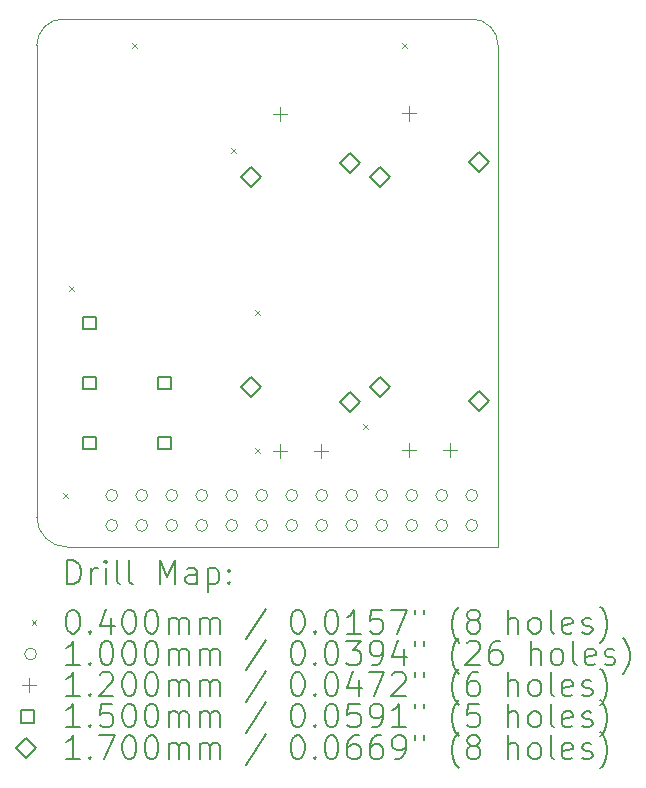
<source format=gbr>
%TF.GenerationSoftware,KiCad,Pcbnew,7.0.9*%
%TF.CreationDate,2025-01-29T12:58:42-06:00*%
%TF.ProjectId,powertrain,706f7765-7274-4726-9169-6e2e6b696361,rev?*%
%TF.SameCoordinates,Original*%
%TF.FileFunction,Drillmap*%
%TF.FilePolarity,Positive*%
%FSLAX45Y45*%
G04 Gerber Fmt 4.5, Leading zero omitted, Abs format (unit mm)*
G04 Created by KiCad (PCBNEW 7.0.9) date 2025-01-29 12:58:42*
%MOMM*%
%LPD*%
G01*
G04 APERTURE LIST*
%ADD10C,0.050000*%
%ADD11C,0.200000*%
%ADD12C,0.100000*%
%ADD13C,0.120000*%
%ADD14C,0.150000*%
%ADD15C,0.170000*%
G04 APERTURE END LIST*
D10*
X3462000Y-2062500D02*
X6921500Y-2062500D01*
X7145000Y-2286000D02*
X7145000Y-6532000D01*
X3238500Y-2286000D02*
X3238500Y-6223000D01*
X3462000Y-2062500D02*
G75*
G03*
X3238500Y-2286000I0J-223500D01*
G01*
X3238500Y-6278000D02*
G75*
G03*
X3492500Y-6532000I254000J0D01*
G01*
X3492500Y-6532000D02*
X7145000Y-6532000D01*
X7145000Y-2286000D02*
G75*
G03*
X6921500Y-2062500I-223500J0D01*
G01*
X3238500Y-6223000D02*
X3238500Y-6278000D01*
D11*
D12*
X3459800Y-6076000D02*
X3499800Y-6116000D01*
X3499800Y-6076000D02*
X3459800Y-6116000D01*
X3510600Y-4323400D02*
X3550600Y-4363400D01*
X3550600Y-4323400D02*
X3510600Y-4363400D01*
X4044000Y-2266000D02*
X4084000Y-2306000D01*
X4084000Y-2266000D02*
X4044000Y-2306000D01*
X4882200Y-3155000D02*
X4922200Y-3195000D01*
X4922200Y-3155000D02*
X4882200Y-3195000D01*
X5085400Y-4526600D02*
X5125400Y-4566600D01*
X5125400Y-4526600D02*
X5085400Y-4566600D01*
X5085400Y-5695000D02*
X5125400Y-5735000D01*
X5125400Y-5695000D02*
X5085400Y-5735000D01*
X5999800Y-5491800D02*
X6039800Y-5531800D01*
X6039800Y-5491800D02*
X5999800Y-5531800D01*
X6330000Y-2266000D02*
X6370000Y-2306000D01*
X6370000Y-2266000D02*
X6330000Y-2306000D01*
X3923500Y-6096000D02*
G75*
G03*
X3923500Y-6096000I-50000J0D01*
G01*
X3923500Y-6350000D02*
G75*
G03*
X3923500Y-6350000I-50000J0D01*
G01*
X4177500Y-6096000D02*
G75*
G03*
X4177500Y-6096000I-50000J0D01*
G01*
X4177500Y-6350000D02*
G75*
G03*
X4177500Y-6350000I-50000J0D01*
G01*
X4431500Y-6096000D02*
G75*
G03*
X4431500Y-6096000I-50000J0D01*
G01*
X4431500Y-6350000D02*
G75*
G03*
X4431500Y-6350000I-50000J0D01*
G01*
X4685500Y-6096000D02*
G75*
G03*
X4685500Y-6096000I-50000J0D01*
G01*
X4685500Y-6350000D02*
G75*
G03*
X4685500Y-6350000I-50000J0D01*
G01*
X4939500Y-6096000D02*
G75*
G03*
X4939500Y-6096000I-50000J0D01*
G01*
X4939500Y-6350000D02*
G75*
G03*
X4939500Y-6350000I-50000J0D01*
G01*
X5193500Y-6096000D02*
G75*
G03*
X5193500Y-6096000I-50000J0D01*
G01*
X5193500Y-6350000D02*
G75*
G03*
X5193500Y-6350000I-50000J0D01*
G01*
X5447500Y-6096000D02*
G75*
G03*
X5447500Y-6096000I-50000J0D01*
G01*
X5447500Y-6350000D02*
G75*
G03*
X5447500Y-6350000I-50000J0D01*
G01*
X5701500Y-6096000D02*
G75*
G03*
X5701500Y-6096000I-50000J0D01*
G01*
X5701500Y-6350000D02*
G75*
G03*
X5701500Y-6350000I-50000J0D01*
G01*
X5955500Y-6096000D02*
G75*
G03*
X5955500Y-6096000I-50000J0D01*
G01*
X5955500Y-6350000D02*
G75*
G03*
X5955500Y-6350000I-50000J0D01*
G01*
X6209500Y-6096000D02*
G75*
G03*
X6209500Y-6096000I-50000J0D01*
G01*
X6209500Y-6350000D02*
G75*
G03*
X6209500Y-6350000I-50000J0D01*
G01*
X6463500Y-6096000D02*
G75*
G03*
X6463500Y-6096000I-50000J0D01*
G01*
X6463500Y-6350000D02*
G75*
G03*
X6463500Y-6350000I-50000J0D01*
G01*
X6717500Y-6096000D02*
G75*
G03*
X6717500Y-6096000I-50000J0D01*
G01*
X6717500Y-6350000D02*
G75*
G03*
X6717500Y-6350000I-50000J0D01*
G01*
X6971500Y-6096000D02*
G75*
G03*
X6971500Y-6096000I-50000J0D01*
G01*
X6971500Y-6350000D02*
G75*
G03*
X6971500Y-6350000I-50000J0D01*
G01*
D13*
X5297800Y-2806600D02*
X5297800Y-2926600D01*
X5237800Y-2866600D02*
X5357800Y-2866600D01*
X5297800Y-5656600D02*
X5297800Y-5776600D01*
X5237800Y-5716600D02*
X5357800Y-5716600D01*
X5647800Y-5656600D02*
X5647800Y-5776600D01*
X5587800Y-5716600D02*
X5707800Y-5716600D01*
X6390000Y-2801600D02*
X6390000Y-2921600D01*
X6330000Y-2861600D02*
X6450000Y-2861600D01*
X6390000Y-5651600D02*
X6390000Y-5771600D01*
X6330000Y-5711600D02*
X6450000Y-5711600D01*
X6740000Y-5651600D02*
X6740000Y-5771600D01*
X6680000Y-5711600D02*
X6800000Y-5711600D01*
D14*
X3736033Y-4688534D02*
X3736033Y-4582467D01*
X3629966Y-4582467D01*
X3629966Y-4688534D01*
X3736033Y-4688534D01*
X3736033Y-5196534D02*
X3736033Y-5090467D01*
X3629966Y-5090467D01*
X3629966Y-5196534D01*
X3736033Y-5196534D01*
X3736033Y-5704533D02*
X3736033Y-5598466D01*
X3629966Y-5598466D01*
X3629966Y-5704533D01*
X3736033Y-5704533D01*
X4371034Y-5196534D02*
X4371034Y-5090467D01*
X4264967Y-5090467D01*
X4264967Y-5196534D01*
X4371034Y-5196534D01*
X4371034Y-5704533D02*
X4371034Y-5598466D01*
X4264967Y-5598466D01*
X4264967Y-5704533D01*
X4371034Y-5704533D01*
D15*
X5052800Y-3486600D02*
X5137800Y-3401600D01*
X5052800Y-3316600D01*
X4967800Y-3401600D01*
X5052800Y-3486600D01*
X5052800Y-5266600D02*
X5137800Y-5181600D01*
X5052800Y-5096600D01*
X4967800Y-5181600D01*
X5052800Y-5266600D01*
X5892800Y-3366600D02*
X5977800Y-3281600D01*
X5892800Y-3196600D01*
X5807800Y-3281600D01*
X5892800Y-3366600D01*
X5892800Y-5386600D02*
X5977800Y-5301600D01*
X5892800Y-5216600D01*
X5807800Y-5301600D01*
X5892800Y-5386600D01*
X6145000Y-3481600D02*
X6230000Y-3396600D01*
X6145000Y-3311600D01*
X6060000Y-3396600D01*
X6145000Y-3481600D01*
X6145000Y-5261600D02*
X6230000Y-5176600D01*
X6145000Y-5091600D01*
X6060000Y-5176600D01*
X6145000Y-5261600D01*
X6985000Y-3361600D02*
X7070000Y-3276600D01*
X6985000Y-3191600D01*
X6900000Y-3276600D01*
X6985000Y-3361600D01*
X6985000Y-5381600D02*
X7070000Y-5296600D01*
X6985000Y-5211600D01*
X6900000Y-5296600D01*
X6985000Y-5381600D01*
D11*
X3496777Y-6845984D02*
X3496777Y-6645984D01*
X3496777Y-6645984D02*
X3544396Y-6645984D01*
X3544396Y-6645984D02*
X3572967Y-6655508D01*
X3572967Y-6655508D02*
X3592015Y-6674555D01*
X3592015Y-6674555D02*
X3601539Y-6693603D01*
X3601539Y-6693603D02*
X3611062Y-6731698D01*
X3611062Y-6731698D02*
X3611062Y-6760269D01*
X3611062Y-6760269D02*
X3601539Y-6798365D01*
X3601539Y-6798365D02*
X3592015Y-6817412D01*
X3592015Y-6817412D02*
X3572967Y-6836460D01*
X3572967Y-6836460D02*
X3544396Y-6845984D01*
X3544396Y-6845984D02*
X3496777Y-6845984D01*
X3696777Y-6845984D02*
X3696777Y-6712650D01*
X3696777Y-6750746D02*
X3706301Y-6731698D01*
X3706301Y-6731698D02*
X3715824Y-6722174D01*
X3715824Y-6722174D02*
X3734872Y-6712650D01*
X3734872Y-6712650D02*
X3753920Y-6712650D01*
X3820586Y-6845984D02*
X3820586Y-6712650D01*
X3820586Y-6645984D02*
X3811062Y-6655508D01*
X3811062Y-6655508D02*
X3820586Y-6665031D01*
X3820586Y-6665031D02*
X3830110Y-6655508D01*
X3830110Y-6655508D02*
X3820586Y-6645984D01*
X3820586Y-6645984D02*
X3820586Y-6665031D01*
X3944396Y-6845984D02*
X3925348Y-6836460D01*
X3925348Y-6836460D02*
X3915824Y-6817412D01*
X3915824Y-6817412D02*
X3915824Y-6645984D01*
X4049158Y-6845984D02*
X4030110Y-6836460D01*
X4030110Y-6836460D02*
X4020586Y-6817412D01*
X4020586Y-6817412D02*
X4020586Y-6645984D01*
X4277729Y-6845984D02*
X4277729Y-6645984D01*
X4277729Y-6645984D02*
X4344396Y-6788841D01*
X4344396Y-6788841D02*
X4411063Y-6645984D01*
X4411063Y-6645984D02*
X4411063Y-6845984D01*
X4592015Y-6845984D02*
X4592015Y-6741222D01*
X4592015Y-6741222D02*
X4582491Y-6722174D01*
X4582491Y-6722174D02*
X4563444Y-6712650D01*
X4563444Y-6712650D02*
X4525348Y-6712650D01*
X4525348Y-6712650D02*
X4506301Y-6722174D01*
X4592015Y-6836460D02*
X4572967Y-6845984D01*
X4572967Y-6845984D02*
X4525348Y-6845984D01*
X4525348Y-6845984D02*
X4506301Y-6836460D01*
X4506301Y-6836460D02*
X4496777Y-6817412D01*
X4496777Y-6817412D02*
X4496777Y-6798365D01*
X4496777Y-6798365D02*
X4506301Y-6779317D01*
X4506301Y-6779317D02*
X4525348Y-6769793D01*
X4525348Y-6769793D02*
X4572967Y-6769793D01*
X4572967Y-6769793D02*
X4592015Y-6760269D01*
X4687253Y-6712650D02*
X4687253Y-6912650D01*
X4687253Y-6722174D02*
X4706301Y-6712650D01*
X4706301Y-6712650D02*
X4744396Y-6712650D01*
X4744396Y-6712650D02*
X4763444Y-6722174D01*
X4763444Y-6722174D02*
X4772967Y-6731698D01*
X4772967Y-6731698D02*
X4782491Y-6750746D01*
X4782491Y-6750746D02*
X4782491Y-6807888D01*
X4782491Y-6807888D02*
X4772967Y-6826936D01*
X4772967Y-6826936D02*
X4763444Y-6836460D01*
X4763444Y-6836460D02*
X4744396Y-6845984D01*
X4744396Y-6845984D02*
X4706301Y-6845984D01*
X4706301Y-6845984D02*
X4687253Y-6836460D01*
X4868205Y-6826936D02*
X4877729Y-6836460D01*
X4877729Y-6836460D02*
X4868205Y-6845984D01*
X4868205Y-6845984D02*
X4858682Y-6836460D01*
X4858682Y-6836460D02*
X4868205Y-6826936D01*
X4868205Y-6826936D02*
X4868205Y-6845984D01*
X4868205Y-6722174D02*
X4877729Y-6731698D01*
X4877729Y-6731698D02*
X4868205Y-6741222D01*
X4868205Y-6741222D02*
X4858682Y-6731698D01*
X4858682Y-6731698D02*
X4868205Y-6722174D01*
X4868205Y-6722174D02*
X4868205Y-6741222D01*
D12*
X3196000Y-7154500D02*
X3236000Y-7194500D01*
X3236000Y-7154500D02*
X3196000Y-7194500D01*
D11*
X3534872Y-7065984D02*
X3553920Y-7065984D01*
X3553920Y-7065984D02*
X3572967Y-7075508D01*
X3572967Y-7075508D02*
X3582491Y-7085031D01*
X3582491Y-7085031D02*
X3592015Y-7104079D01*
X3592015Y-7104079D02*
X3601539Y-7142174D01*
X3601539Y-7142174D02*
X3601539Y-7189793D01*
X3601539Y-7189793D02*
X3592015Y-7227888D01*
X3592015Y-7227888D02*
X3582491Y-7246936D01*
X3582491Y-7246936D02*
X3572967Y-7256460D01*
X3572967Y-7256460D02*
X3553920Y-7265984D01*
X3553920Y-7265984D02*
X3534872Y-7265984D01*
X3534872Y-7265984D02*
X3515824Y-7256460D01*
X3515824Y-7256460D02*
X3506301Y-7246936D01*
X3506301Y-7246936D02*
X3496777Y-7227888D01*
X3496777Y-7227888D02*
X3487253Y-7189793D01*
X3487253Y-7189793D02*
X3487253Y-7142174D01*
X3487253Y-7142174D02*
X3496777Y-7104079D01*
X3496777Y-7104079D02*
X3506301Y-7085031D01*
X3506301Y-7085031D02*
X3515824Y-7075508D01*
X3515824Y-7075508D02*
X3534872Y-7065984D01*
X3687253Y-7246936D02*
X3696777Y-7256460D01*
X3696777Y-7256460D02*
X3687253Y-7265984D01*
X3687253Y-7265984D02*
X3677729Y-7256460D01*
X3677729Y-7256460D02*
X3687253Y-7246936D01*
X3687253Y-7246936D02*
X3687253Y-7265984D01*
X3868205Y-7132650D02*
X3868205Y-7265984D01*
X3820586Y-7056460D02*
X3772967Y-7199317D01*
X3772967Y-7199317D02*
X3896777Y-7199317D01*
X4011062Y-7065984D02*
X4030110Y-7065984D01*
X4030110Y-7065984D02*
X4049158Y-7075508D01*
X4049158Y-7075508D02*
X4058682Y-7085031D01*
X4058682Y-7085031D02*
X4068205Y-7104079D01*
X4068205Y-7104079D02*
X4077729Y-7142174D01*
X4077729Y-7142174D02*
X4077729Y-7189793D01*
X4077729Y-7189793D02*
X4068205Y-7227888D01*
X4068205Y-7227888D02*
X4058682Y-7246936D01*
X4058682Y-7246936D02*
X4049158Y-7256460D01*
X4049158Y-7256460D02*
X4030110Y-7265984D01*
X4030110Y-7265984D02*
X4011062Y-7265984D01*
X4011062Y-7265984D02*
X3992015Y-7256460D01*
X3992015Y-7256460D02*
X3982491Y-7246936D01*
X3982491Y-7246936D02*
X3972967Y-7227888D01*
X3972967Y-7227888D02*
X3963443Y-7189793D01*
X3963443Y-7189793D02*
X3963443Y-7142174D01*
X3963443Y-7142174D02*
X3972967Y-7104079D01*
X3972967Y-7104079D02*
X3982491Y-7085031D01*
X3982491Y-7085031D02*
X3992015Y-7075508D01*
X3992015Y-7075508D02*
X4011062Y-7065984D01*
X4201539Y-7065984D02*
X4220586Y-7065984D01*
X4220586Y-7065984D02*
X4239634Y-7075508D01*
X4239634Y-7075508D02*
X4249158Y-7085031D01*
X4249158Y-7085031D02*
X4258682Y-7104079D01*
X4258682Y-7104079D02*
X4268205Y-7142174D01*
X4268205Y-7142174D02*
X4268205Y-7189793D01*
X4268205Y-7189793D02*
X4258682Y-7227888D01*
X4258682Y-7227888D02*
X4249158Y-7246936D01*
X4249158Y-7246936D02*
X4239634Y-7256460D01*
X4239634Y-7256460D02*
X4220586Y-7265984D01*
X4220586Y-7265984D02*
X4201539Y-7265984D01*
X4201539Y-7265984D02*
X4182491Y-7256460D01*
X4182491Y-7256460D02*
X4172967Y-7246936D01*
X4172967Y-7246936D02*
X4163443Y-7227888D01*
X4163443Y-7227888D02*
X4153920Y-7189793D01*
X4153920Y-7189793D02*
X4153920Y-7142174D01*
X4153920Y-7142174D02*
X4163443Y-7104079D01*
X4163443Y-7104079D02*
X4172967Y-7085031D01*
X4172967Y-7085031D02*
X4182491Y-7075508D01*
X4182491Y-7075508D02*
X4201539Y-7065984D01*
X4353920Y-7265984D02*
X4353920Y-7132650D01*
X4353920Y-7151698D02*
X4363444Y-7142174D01*
X4363444Y-7142174D02*
X4382491Y-7132650D01*
X4382491Y-7132650D02*
X4411063Y-7132650D01*
X4411063Y-7132650D02*
X4430110Y-7142174D01*
X4430110Y-7142174D02*
X4439634Y-7161222D01*
X4439634Y-7161222D02*
X4439634Y-7265984D01*
X4439634Y-7161222D02*
X4449158Y-7142174D01*
X4449158Y-7142174D02*
X4468205Y-7132650D01*
X4468205Y-7132650D02*
X4496777Y-7132650D01*
X4496777Y-7132650D02*
X4515825Y-7142174D01*
X4515825Y-7142174D02*
X4525348Y-7161222D01*
X4525348Y-7161222D02*
X4525348Y-7265984D01*
X4620586Y-7265984D02*
X4620586Y-7132650D01*
X4620586Y-7151698D02*
X4630110Y-7142174D01*
X4630110Y-7142174D02*
X4649158Y-7132650D01*
X4649158Y-7132650D02*
X4677729Y-7132650D01*
X4677729Y-7132650D02*
X4696777Y-7142174D01*
X4696777Y-7142174D02*
X4706301Y-7161222D01*
X4706301Y-7161222D02*
X4706301Y-7265984D01*
X4706301Y-7161222D02*
X4715825Y-7142174D01*
X4715825Y-7142174D02*
X4734872Y-7132650D01*
X4734872Y-7132650D02*
X4763444Y-7132650D01*
X4763444Y-7132650D02*
X4782491Y-7142174D01*
X4782491Y-7142174D02*
X4792015Y-7161222D01*
X4792015Y-7161222D02*
X4792015Y-7265984D01*
X5182491Y-7056460D02*
X5011063Y-7313603D01*
X5439634Y-7065984D02*
X5458682Y-7065984D01*
X5458682Y-7065984D02*
X5477729Y-7075508D01*
X5477729Y-7075508D02*
X5487253Y-7085031D01*
X5487253Y-7085031D02*
X5496777Y-7104079D01*
X5496777Y-7104079D02*
X5506301Y-7142174D01*
X5506301Y-7142174D02*
X5506301Y-7189793D01*
X5506301Y-7189793D02*
X5496777Y-7227888D01*
X5496777Y-7227888D02*
X5487253Y-7246936D01*
X5487253Y-7246936D02*
X5477729Y-7256460D01*
X5477729Y-7256460D02*
X5458682Y-7265984D01*
X5458682Y-7265984D02*
X5439634Y-7265984D01*
X5439634Y-7265984D02*
X5420587Y-7256460D01*
X5420587Y-7256460D02*
X5411063Y-7246936D01*
X5411063Y-7246936D02*
X5401539Y-7227888D01*
X5401539Y-7227888D02*
X5392015Y-7189793D01*
X5392015Y-7189793D02*
X5392015Y-7142174D01*
X5392015Y-7142174D02*
X5401539Y-7104079D01*
X5401539Y-7104079D02*
X5411063Y-7085031D01*
X5411063Y-7085031D02*
X5420587Y-7075508D01*
X5420587Y-7075508D02*
X5439634Y-7065984D01*
X5592015Y-7246936D02*
X5601539Y-7256460D01*
X5601539Y-7256460D02*
X5592015Y-7265984D01*
X5592015Y-7265984D02*
X5582491Y-7256460D01*
X5582491Y-7256460D02*
X5592015Y-7246936D01*
X5592015Y-7246936D02*
X5592015Y-7265984D01*
X5725348Y-7065984D02*
X5744396Y-7065984D01*
X5744396Y-7065984D02*
X5763444Y-7075508D01*
X5763444Y-7075508D02*
X5772967Y-7085031D01*
X5772967Y-7085031D02*
X5782491Y-7104079D01*
X5782491Y-7104079D02*
X5792015Y-7142174D01*
X5792015Y-7142174D02*
X5792015Y-7189793D01*
X5792015Y-7189793D02*
X5782491Y-7227888D01*
X5782491Y-7227888D02*
X5772967Y-7246936D01*
X5772967Y-7246936D02*
X5763444Y-7256460D01*
X5763444Y-7256460D02*
X5744396Y-7265984D01*
X5744396Y-7265984D02*
X5725348Y-7265984D01*
X5725348Y-7265984D02*
X5706301Y-7256460D01*
X5706301Y-7256460D02*
X5696777Y-7246936D01*
X5696777Y-7246936D02*
X5687253Y-7227888D01*
X5687253Y-7227888D02*
X5677729Y-7189793D01*
X5677729Y-7189793D02*
X5677729Y-7142174D01*
X5677729Y-7142174D02*
X5687253Y-7104079D01*
X5687253Y-7104079D02*
X5696777Y-7085031D01*
X5696777Y-7085031D02*
X5706301Y-7075508D01*
X5706301Y-7075508D02*
X5725348Y-7065984D01*
X5982491Y-7265984D02*
X5868206Y-7265984D01*
X5925348Y-7265984D02*
X5925348Y-7065984D01*
X5925348Y-7065984D02*
X5906301Y-7094555D01*
X5906301Y-7094555D02*
X5887253Y-7113603D01*
X5887253Y-7113603D02*
X5868206Y-7123127D01*
X6163444Y-7065984D02*
X6068206Y-7065984D01*
X6068206Y-7065984D02*
X6058682Y-7161222D01*
X6058682Y-7161222D02*
X6068206Y-7151698D01*
X6068206Y-7151698D02*
X6087253Y-7142174D01*
X6087253Y-7142174D02*
X6134872Y-7142174D01*
X6134872Y-7142174D02*
X6153920Y-7151698D01*
X6153920Y-7151698D02*
X6163444Y-7161222D01*
X6163444Y-7161222D02*
X6172967Y-7180269D01*
X6172967Y-7180269D02*
X6172967Y-7227888D01*
X6172967Y-7227888D02*
X6163444Y-7246936D01*
X6163444Y-7246936D02*
X6153920Y-7256460D01*
X6153920Y-7256460D02*
X6134872Y-7265984D01*
X6134872Y-7265984D02*
X6087253Y-7265984D01*
X6087253Y-7265984D02*
X6068206Y-7256460D01*
X6068206Y-7256460D02*
X6058682Y-7246936D01*
X6239634Y-7065984D02*
X6372967Y-7065984D01*
X6372967Y-7065984D02*
X6287253Y-7265984D01*
X6439634Y-7065984D02*
X6439634Y-7104079D01*
X6515825Y-7065984D02*
X6515825Y-7104079D01*
X6811063Y-7342174D02*
X6801539Y-7332650D01*
X6801539Y-7332650D02*
X6782491Y-7304079D01*
X6782491Y-7304079D02*
X6772968Y-7285031D01*
X6772968Y-7285031D02*
X6763444Y-7256460D01*
X6763444Y-7256460D02*
X6753920Y-7208841D01*
X6753920Y-7208841D02*
X6753920Y-7170746D01*
X6753920Y-7170746D02*
X6763444Y-7123127D01*
X6763444Y-7123127D02*
X6772968Y-7094555D01*
X6772968Y-7094555D02*
X6782491Y-7075508D01*
X6782491Y-7075508D02*
X6801539Y-7046936D01*
X6801539Y-7046936D02*
X6811063Y-7037412D01*
X6915825Y-7151698D02*
X6896777Y-7142174D01*
X6896777Y-7142174D02*
X6887253Y-7132650D01*
X6887253Y-7132650D02*
X6877729Y-7113603D01*
X6877729Y-7113603D02*
X6877729Y-7104079D01*
X6877729Y-7104079D02*
X6887253Y-7085031D01*
X6887253Y-7085031D02*
X6896777Y-7075508D01*
X6896777Y-7075508D02*
X6915825Y-7065984D01*
X6915825Y-7065984D02*
X6953920Y-7065984D01*
X6953920Y-7065984D02*
X6972968Y-7075508D01*
X6972968Y-7075508D02*
X6982491Y-7085031D01*
X6982491Y-7085031D02*
X6992015Y-7104079D01*
X6992015Y-7104079D02*
X6992015Y-7113603D01*
X6992015Y-7113603D02*
X6982491Y-7132650D01*
X6982491Y-7132650D02*
X6972968Y-7142174D01*
X6972968Y-7142174D02*
X6953920Y-7151698D01*
X6953920Y-7151698D02*
X6915825Y-7151698D01*
X6915825Y-7151698D02*
X6896777Y-7161222D01*
X6896777Y-7161222D02*
X6887253Y-7170746D01*
X6887253Y-7170746D02*
X6877729Y-7189793D01*
X6877729Y-7189793D02*
X6877729Y-7227888D01*
X6877729Y-7227888D02*
X6887253Y-7246936D01*
X6887253Y-7246936D02*
X6896777Y-7256460D01*
X6896777Y-7256460D02*
X6915825Y-7265984D01*
X6915825Y-7265984D02*
X6953920Y-7265984D01*
X6953920Y-7265984D02*
X6972968Y-7256460D01*
X6972968Y-7256460D02*
X6982491Y-7246936D01*
X6982491Y-7246936D02*
X6992015Y-7227888D01*
X6992015Y-7227888D02*
X6992015Y-7189793D01*
X6992015Y-7189793D02*
X6982491Y-7170746D01*
X6982491Y-7170746D02*
X6972968Y-7161222D01*
X6972968Y-7161222D02*
X6953920Y-7151698D01*
X7230110Y-7265984D02*
X7230110Y-7065984D01*
X7315825Y-7265984D02*
X7315825Y-7161222D01*
X7315825Y-7161222D02*
X7306301Y-7142174D01*
X7306301Y-7142174D02*
X7287253Y-7132650D01*
X7287253Y-7132650D02*
X7258682Y-7132650D01*
X7258682Y-7132650D02*
X7239634Y-7142174D01*
X7239634Y-7142174D02*
X7230110Y-7151698D01*
X7439634Y-7265984D02*
X7420587Y-7256460D01*
X7420587Y-7256460D02*
X7411063Y-7246936D01*
X7411063Y-7246936D02*
X7401539Y-7227888D01*
X7401539Y-7227888D02*
X7401539Y-7170746D01*
X7401539Y-7170746D02*
X7411063Y-7151698D01*
X7411063Y-7151698D02*
X7420587Y-7142174D01*
X7420587Y-7142174D02*
X7439634Y-7132650D01*
X7439634Y-7132650D02*
X7468206Y-7132650D01*
X7468206Y-7132650D02*
X7487253Y-7142174D01*
X7487253Y-7142174D02*
X7496777Y-7151698D01*
X7496777Y-7151698D02*
X7506301Y-7170746D01*
X7506301Y-7170746D02*
X7506301Y-7227888D01*
X7506301Y-7227888D02*
X7496777Y-7246936D01*
X7496777Y-7246936D02*
X7487253Y-7256460D01*
X7487253Y-7256460D02*
X7468206Y-7265984D01*
X7468206Y-7265984D02*
X7439634Y-7265984D01*
X7620587Y-7265984D02*
X7601539Y-7256460D01*
X7601539Y-7256460D02*
X7592015Y-7237412D01*
X7592015Y-7237412D02*
X7592015Y-7065984D01*
X7772968Y-7256460D02*
X7753920Y-7265984D01*
X7753920Y-7265984D02*
X7715825Y-7265984D01*
X7715825Y-7265984D02*
X7696777Y-7256460D01*
X7696777Y-7256460D02*
X7687253Y-7237412D01*
X7687253Y-7237412D02*
X7687253Y-7161222D01*
X7687253Y-7161222D02*
X7696777Y-7142174D01*
X7696777Y-7142174D02*
X7715825Y-7132650D01*
X7715825Y-7132650D02*
X7753920Y-7132650D01*
X7753920Y-7132650D02*
X7772968Y-7142174D01*
X7772968Y-7142174D02*
X7782491Y-7161222D01*
X7782491Y-7161222D02*
X7782491Y-7180269D01*
X7782491Y-7180269D02*
X7687253Y-7199317D01*
X7858682Y-7256460D02*
X7877730Y-7265984D01*
X7877730Y-7265984D02*
X7915825Y-7265984D01*
X7915825Y-7265984D02*
X7934872Y-7256460D01*
X7934872Y-7256460D02*
X7944396Y-7237412D01*
X7944396Y-7237412D02*
X7944396Y-7227888D01*
X7944396Y-7227888D02*
X7934872Y-7208841D01*
X7934872Y-7208841D02*
X7915825Y-7199317D01*
X7915825Y-7199317D02*
X7887253Y-7199317D01*
X7887253Y-7199317D02*
X7868206Y-7189793D01*
X7868206Y-7189793D02*
X7858682Y-7170746D01*
X7858682Y-7170746D02*
X7858682Y-7161222D01*
X7858682Y-7161222D02*
X7868206Y-7142174D01*
X7868206Y-7142174D02*
X7887253Y-7132650D01*
X7887253Y-7132650D02*
X7915825Y-7132650D01*
X7915825Y-7132650D02*
X7934872Y-7142174D01*
X8011063Y-7342174D02*
X8020587Y-7332650D01*
X8020587Y-7332650D02*
X8039634Y-7304079D01*
X8039634Y-7304079D02*
X8049158Y-7285031D01*
X8049158Y-7285031D02*
X8058682Y-7256460D01*
X8058682Y-7256460D02*
X8068206Y-7208841D01*
X8068206Y-7208841D02*
X8068206Y-7170746D01*
X8068206Y-7170746D02*
X8058682Y-7123127D01*
X8058682Y-7123127D02*
X8049158Y-7094555D01*
X8049158Y-7094555D02*
X8039634Y-7075508D01*
X8039634Y-7075508D02*
X8020587Y-7046936D01*
X8020587Y-7046936D02*
X8011063Y-7037412D01*
D12*
X3236000Y-7438500D02*
G75*
G03*
X3236000Y-7438500I-50000J0D01*
G01*
D11*
X3601539Y-7529984D02*
X3487253Y-7529984D01*
X3544396Y-7529984D02*
X3544396Y-7329984D01*
X3544396Y-7329984D02*
X3525348Y-7358555D01*
X3525348Y-7358555D02*
X3506301Y-7377603D01*
X3506301Y-7377603D02*
X3487253Y-7387127D01*
X3687253Y-7510936D02*
X3696777Y-7520460D01*
X3696777Y-7520460D02*
X3687253Y-7529984D01*
X3687253Y-7529984D02*
X3677729Y-7520460D01*
X3677729Y-7520460D02*
X3687253Y-7510936D01*
X3687253Y-7510936D02*
X3687253Y-7529984D01*
X3820586Y-7329984D02*
X3839634Y-7329984D01*
X3839634Y-7329984D02*
X3858682Y-7339508D01*
X3858682Y-7339508D02*
X3868205Y-7349031D01*
X3868205Y-7349031D02*
X3877729Y-7368079D01*
X3877729Y-7368079D02*
X3887253Y-7406174D01*
X3887253Y-7406174D02*
X3887253Y-7453793D01*
X3887253Y-7453793D02*
X3877729Y-7491888D01*
X3877729Y-7491888D02*
X3868205Y-7510936D01*
X3868205Y-7510936D02*
X3858682Y-7520460D01*
X3858682Y-7520460D02*
X3839634Y-7529984D01*
X3839634Y-7529984D02*
X3820586Y-7529984D01*
X3820586Y-7529984D02*
X3801539Y-7520460D01*
X3801539Y-7520460D02*
X3792015Y-7510936D01*
X3792015Y-7510936D02*
X3782491Y-7491888D01*
X3782491Y-7491888D02*
X3772967Y-7453793D01*
X3772967Y-7453793D02*
X3772967Y-7406174D01*
X3772967Y-7406174D02*
X3782491Y-7368079D01*
X3782491Y-7368079D02*
X3792015Y-7349031D01*
X3792015Y-7349031D02*
X3801539Y-7339508D01*
X3801539Y-7339508D02*
X3820586Y-7329984D01*
X4011062Y-7329984D02*
X4030110Y-7329984D01*
X4030110Y-7329984D02*
X4049158Y-7339508D01*
X4049158Y-7339508D02*
X4058682Y-7349031D01*
X4058682Y-7349031D02*
X4068205Y-7368079D01*
X4068205Y-7368079D02*
X4077729Y-7406174D01*
X4077729Y-7406174D02*
X4077729Y-7453793D01*
X4077729Y-7453793D02*
X4068205Y-7491888D01*
X4068205Y-7491888D02*
X4058682Y-7510936D01*
X4058682Y-7510936D02*
X4049158Y-7520460D01*
X4049158Y-7520460D02*
X4030110Y-7529984D01*
X4030110Y-7529984D02*
X4011062Y-7529984D01*
X4011062Y-7529984D02*
X3992015Y-7520460D01*
X3992015Y-7520460D02*
X3982491Y-7510936D01*
X3982491Y-7510936D02*
X3972967Y-7491888D01*
X3972967Y-7491888D02*
X3963443Y-7453793D01*
X3963443Y-7453793D02*
X3963443Y-7406174D01*
X3963443Y-7406174D02*
X3972967Y-7368079D01*
X3972967Y-7368079D02*
X3982491Y-7349031D01*
X3982491Y-7349031D02*
X3992015Y-7339508D01*
X3992015Y-7339508D02*
X4011062Y-7329984D01*
X4201539Y-7329984D02*
X4220586Y-7329984D01*
X4220586Y-7329984D02*
X4239634Y-7339508D01*
X4239634Y-7339508D02*
X4249158Y-7349031D01*
X4249158Y-7349031D02*
X4258682Y-7368079D01*
X4258682Y-7368079D02*
X4268205Y-7406174D01*
X4268205Y-7406174D02*
X4268205Y-7453793D01*
X4268205Y-7453793D02*
X4258682Y-7491888D01*
X4258682Y-7491888D02*
X4249158Y-7510936D01*
X4249158Y-7510936D02*
X4239634Y-7520460D01*
X4239634Y-7520460D02*
X4220586Y-7529984D01*
X4220586Y-7529984D02*
X4201539Y-7529984D01*
X4201539Y-7529984D02*
X4182491Y-7520460D01*
X4182491Y-7520460D02*
X4172967Y-7510936D01*
X4172967Y-7510936D02*
X4163443Y-7491888D01*
X4163443Y-7491888D02*
X4153920Y-7453793D01*
X4153920Y-7453793D02*
X4153920Y-7406174D01*
X4153920Y-7406174D02*
X4163443Y-7368079D01*
X4163443Y-7368079D02*
X4172967Y-7349031D01*
X4172967Y-7349031D02*
X4182491Y-7339508D01*
X4182491Y-7339508D02*
X4201539Y-7329984D01*
X4353920Y-7529984D02*
X4353920Y-7396650D01*
X4353920Y-7415698D02*
X4363444Y-7406174D01*
X4363444Y-7406174D02*
X4382491Y-7396650D01*
X4382491Y-7396650D02*
X4411063Y-7396650D01*
X4411063Y-7396650D02*
X4430110Y-7406174D01*
X4430110Y-7406174D02*
X4439634Y-7425222D01*
X4439634Y-7425222D02*
X4439634Y-7529984D01*
X4439634Y-7425222D02*
X4449158Y-7406174D01*
X4449158Y-7406174D02*
X4468205Y-7396650D01*
X4468205Y-7396650D02*
X4496777Y-7396650D01*
X4496777Y-7396650D02*
X4515825Y-7406174D01*
X4515825Y-7406174D02*
X4525348Y-7425222D01*
X4525348Y-7425222D02*
X4525348Y-7529984D01*
X4620586Y-7529984D02*
X4620586Y-7396650D01*
X4620586Y-7415698D02*
X4630110Y-7406174D01*
X4630110Y-7406174D02*
X4649158Y-7396650D01*
X4649158Y-7396650D02*
X4677729Y-7396650D01*
X4677729Y-7396650D02*
X4696777Y-7406174D01*
X4696777Y-7406174D02*
X4706301Y-7425222D01*
X4706301Y-7425222D02*
X4706301Y-7529984D01*
X4706301Y-7425222D02*
X4715825Y-7406174D01*
X4715825Y-7406174D02*
X4734872Y-7396650D01*
X4734872Y-7396650D02*
X4763444Y-7396650D01*
X4763444Y-7396650D02*
X4782491Y-7406174D01*
X4782491Y-7406174D02*
X4792015Y-7425222D01*
X4792015Y-7425222D02*
X4792015Y-7529984D01*
X5182491Y-7320460D02*
X5011063Y-7577603D01*
X5439634Y-7329984D02*
X5458682Y-7329984D01*
X5458682Y-7329984D02*
X5477729Y-7339508D01*
X5477729Y-7339508D02*
X5487253Y-7349031D01*
X5487253Y-7349031D02*
X5496777Y-7368079D01*
X5496777Y-7368079D02*
X5506301Y-7406174D01*
X5506301Y-7406174D02*
X5506301Y-7453793D01*
X5506301Y-7453793D02*
X5496777Y-7491888D01*
X5496777Y-7491888D02*
X5487253Y-7510936D01*
X5487253Y-7510936D02*
X5477729Y-7520460D01*
X5477729Y-7520460D02*
X5458682Y-7529984D01*
X5458682Y-7529984D02*
X5439634Y-7529984D01*
X5439634Y-7529984D02*
X5420587Y-7520460D01*
X5420587Y-7520460D02*
X5411063Y-7510936D01*
X5411063Y-7510936D02*
X5401539Y-7491888D01*
X5401539Y-7491888D02*
X5392015Y-7453793D01*
X5392015Y-7453793D02*
X5392015Y-7406174D01*
X5392015Y-7406174D02*
X5401539Y-7368079D01*
X5401539Y-7368079D02*
X5411063Y-7349031D01*
X5411063Y-7349031D02*
X5420587Y-7339508D01*
X5420587Y-7339508D02*
X5439634Y-7329984D01*
X5592015Y-7510936D02*
X5601539Y-7520460D01*
X5601539Y-7520460D02*
X5592015Y-7529984D01*
X5592015Y-7529984D02*
X5582491Y-7520460D01*
X5582491Y-7520460D02*
X5592015Y-7510936D01*
X5592015Y-7510936D02*
X5592015Y-7529984D01*
X5725348Y-7329984D02*
X5744396Y-7329984D01*
X5744396Y-7329984D02*
X5763444Y-7339508D01*
X5763444Y-7339508D02*
X5772967Y-7349031D01*
X5772967Y-7349031D02*
X5782491Y-7368079D01*
X5782491Y-7368079D02*
X5792015Y-7406174D01*
X5792015Y-7406174D02*
X5792015Y-7453793D01*
X5792015Y-7453793D02*
X5782491Y-7491888D01*
X5782491Y-7491888D02*
X5772967Y-7510936D01*
X5772967Y-7510936D02*
X5763444Y-7520460D01*
X5763444Y-7520460D02*
X5744396Y-7529984D01*
X5744396Y-7529984D02*
X5725348Y-7529984D01*
X5725348Y-7529984D02*
X5706301Y-7520460D01*
X5706301Y-7520460D02*
X5696777Y-7510936D01*
X5696777Y-7510936D02*
X5687253Y-7491888D01*
X5687253Y-7491888D02*
X5677729Y-7453793D01*
X5677729Y-7453793D02*
X5677729Y-7406174D01*
X5677729Y-7406174D02*
X5687253Y-7368079D01*
X5687253Y-7368079D02*
X5696777Y-7349031D01*
X5696777Y-7349031D02*
X5706301Y-7339508D01*
X5706301Y-7339508D02*
X5725348Y-7329984D01*
X5858682Y-7329984D02*
X5982491Y-7329984D01*
X5982491Y-7329984D02*
X5915825Y-7406174D01*
X5915825Y-7406174D02*
X5944396Y-7406174D01*
X5944396Y-7406174D02*
X5963444Y-7415698D01*
X5963444Y-7415698D02*
X5972967Y-7425222D01*
X5972967Y-7425222D02*
X5982491Y-7444269D01*
X5982491Y-7444269D02*
X5982491Y-7491888D01*
X5982491Y-7491888D02*
X5972967Y-7510936D01*
X5972967Y-7510936D02*
X5963444Y-7520460D01*
X5963444Y-7520460D02*
X5944396Y-7529984D01*
X5944396Y-7529984D02*
X5887253Y-7529984D01*
X5887253Y-7529984D02*
X5868206Y-7520460D01*
X5868206Y-7520460D02*
X5858682Y-7510936D01*
X6077729Y-7529984D02*
X6115825Y-7529984D01*
X6115825Y-7529984D02*
X6134872Y-7520460D01*
X6134872Y-7520460D02*
X6144396Y-7510936D01*
X6144396Y-7510936D02*
X6163444Y-7482365D01*
X6163444Y-7482365D02*
X6172967Y-7444269D01*
X6172967Y-7444269D02*
X6172967Y-7368079D01*
X6172967Y-7368079D02*
X6163444Y-7349031D01*
X6163444Y-7349031D02*
X6153920Y-7339508D01*
X6153920Y-7339508D02*
X6134872Y-7329984D01*
X6134872Y-7329984D02*
X6096777Y-7329984D01*
X6096777Y-7329984D02*
X6077729Y-7339508D01*
X6077729Y-7339508D02*
X6068206Y-7349031D01*
X6068206Y-7349031D02*
X6058682Y-7368079D01*
X6058682Y-7368079D02*
X6058682Y-7415698D01*
X6058682Y-7415698D02*
X6068206Y-7434746D01*
X6068206Y-7434746D02*
X6077729Y-7444269D01*
X6077729Y-7444269D02*
X6096777Y-7453793D01*
X6096777Y-7453793D02*
X6134872Y-7453793D01*
X6134872Y-7453793D02*
X6153920Y-7444269D01*
X6153920Y-7444269D02*
X6163444Y-7434746D01*
X6163444Y-7434746D02*
X6172967Y-7415698D01*
X6344396Y-7396650D02*
X6344396Y-7529984D01*
X6296777Y-7320460D02*
X6249158Y-7463317D01*
X6249158Y-7463317D02*
X6372967Y-7463317D01*
X6439634Y-7329984D02*
X6439634Y-7368079D01*
X6515825Y-7329984D02*
X6515825Y-7368079D01*
X6811063Y-7606174D02*
X6801539Y-7596650D01*
X6801539Y-7596650D02*
X6782491Y-7568079D01*
X6782491Y-7568079D02*
X6772968Y-7549031D01*
X6772968Y-7549031D02*
X6763444Y-7520460D01*
X6763444Y-7520460D02*
X6753920Y-7472841D01*
X6753920Y-7472841D02*
X6753920Y-7434746D01*
X6753920Y-7434746D02*
X6763444Y-7387127D01*
X6763444Y-7387127D02*
X6772968Y-7358555D01*
X6772968Y-7358555D02*
X6782491Y-7339508D01*
X6782491Y-7339508D02*
X6801539Y-7310936D01*
X6801539Y-7310936D02*
X6811063Y-7301412D01*
X6877729Y-7349031D02*
X6887253Y-7339508D01*
X6887253Y-7339508D02*
X6906301Y-7329984D01*
X6906301Y-7329984D02*
X6953920Y-7329984D01*
X6953920Y-7329984D02*
X6972968Y-7339508D01*
X6972968Y-7339508D02*
X6982491Y-7349031D01*
X6982491Y-7349031D02*
X6992015Y-7368079D01*
X6992015Y-7368079D02*
X6992015Y-7387127D01*
X6992015Y-7387127D02*
X6982491Y-7415698D01*
X6982491Y-7415698D02*
X6868206Y-7529984D01*
X6868206Y-7529984D02*
X6992015Y-7529984D01*
X7163444Y-7329984D02*
X7125348Y-7329984D01*
X7125348Y-7329984D02*
X7106301Y-7339508D01*
X7106301Y-7339508D02*
X7096777Y-7349031D01*
X7096777Y-7349031D02*
X7077729Y-7377603D01*
X7077729Y-7377603D02*
X7068206Y-7415698D01*
X7068206Y-7415698D02*
X7068206Y-7491888D01*
X7068206Y-7491888D02*
X7077729Y-7510936D01*
X7077729Y-7510936D02*
X7087253Y-7520460D01*
X7087253Y-7520460D02*
X7106301Y-7529984D01*
X7106301Y-7529984D02*
X7144396Y-7529984D01*
X7144396Y-7529984D02*
X7163444Y-7520460D01*
X7163444Y-7520460D02*
X7172968Y-7510936D01*
X7172968Y-7510936D02*
X7182491Y-7491888D01*
X7182491Y-7491888D02*
X7182491Y-7444269D01*
X7182491Y-7444269D02*
X7172968Y-7425222D01*
X7172968Y-7425222D02*
X7163444Y-7415698D01*
X7163444Y-7415698D02*
X7144396Y-7406174D01*
X7144396Y-7406174D02*
X7106301Y-7406174D01*
X7106301Y-7406174D02*
X7087253Y-7415698D01*
X7087253Y-7415698D02*
X7077729Y-7425222D01*
X7077729Y-7425222D02*
X7068206Y-7444269D01*
X7420587Y-7529984D02*
X7420587Y-7329984D01*
X7506301Y-7529984D02*
X7506301Y-7425222D01*
X7506301Y-7425222D02*
X7496777Y-7406174D01*
X7496777Y-7406174D02*
X7477730Y-7396650D01*
X7477730Y-7396650D02*
X7449158Y-7396650D01*
X7449158Y-7396650D02*
X7430110Y-7406174D01*
X7430110Y-7406174D02*
X7420587Y-7415698D01*
X7630110Y-7529984D02*
X7611063Y-7520460D01*
X7611063Y-7520460D02*
X7601539Y-7510936D01*
X7601539Y-7510936D02*
X7592015Y-7491888D01*
X7592015Y-7491888D02*
X7592015Y-7434746D01*
X7592015Y-7434746D02*
X7601539Y-7415698D01*
X7601539Y-7415698D02*
X7611063Y-7406174D01*
X7611063Y-7406174D02*
X7630110Y-7396650D01*
X7630110Y-7396650D02*
X7658682Y-7396650D01*
X7658682Y-7396650D02*
X7677730Y-7406174D01*
X7677730Y-7406174D02*
X7687253Y-7415698D01*
X7687253Y-7415698D02*
X7696777Y-7434746D01*
X7696777Y-7434746D02*
X7696777Y-7491888D01*
X7696777Y-7491888D02*
X7687253Y-7510936D01*
X7687253Y-7510936D02*
X7677730Y-7520460D01*
X7677730Y-7520460D02*
X7658682Y-7529984D01*
X7658682Y-7529984D02*
X7630110Y-7529984D01*
X7811063Y-7529984D02*
X7792015Y-7520460D01*
X7792015Y-7520460D02*
X7782491Y-7501412D01*
X7782491Y-7501412D02*
X7782491Y-7329984D01*
X7963444Y-7520460D02*
X7944396Y-7529984D01*
X7944396Y-7529984D02*
X7906301Y-7529984D01*
X7906301Y-7529984D02*
X7887253Y-7520460D01*
X7887253Y-7520460D02*
X7877730Y-7501412D01*
X7877730Y-7501412D02*
X7877730Y-7425222D01*
X7877730Y-7425222D02*
X7887253Y-7406174D01*
X7887253Y-7406174D02*
X7906301Y-7396650D01*
X7906301Y-7396650D02*
X7944396Y-7396650D01*
X7944396Y-7396650D02*
X7963444Y-7406174D01*
X7963444Y-7406174D02*
X7972968Y-7425222D01*
X7972968Y-7425222D02*
X7972968Y-7444269D01*
X7972968Y-7444269D02*
X7877730Y-7463317D01*
X8049158Y-7520460D02*
X8068206Y-7529984D01*
X8068206Y-7529984D02*
X8106301Y-7529984D01*
X8106301Y-7529984D02*
X8125349Y-7520460D01*
X8125349Y-7520460D02*
X8134872Y-7501412D01*
X8134872Y-7501412D02*
X8134872Y-7491888D01*
X8134872Y-7491888D02*
X8125349Y-7472841D01*
X8125349Y-7472841D02*
X8106301Y-7463317D01*
X8106301Y-7463317D02*
X8077730Y-7463317D01*
X8077730Y-7463317D02*
X8058682Y-7453793D01*
X8058682Y-7453793D02*
X8049158Y-7434746D01*
X8049158Y-7434746D02*
X8049158Y-7425222D01*
X8049158Y-7425222D02*
X8058682Y-7406174D01*
X8058682Y-7406174D02*
X8077730Y-7396650D01*
X8077730Y-7396650D02*
X8106301Y-7396650D01*
X8106301Y-7396650D02*
X8125349Y-7406174D01*
X8201539Y-7606174D02*
X8211063Y-7596650D01*
X8211063Y-7596650D02*
X8230111Y-7568079D01*
X8230111Y-7568079D02*
X8239634Y-7549031D01*
X8239634Y-7549031D02*
X8249158Y-7520460D01*
X8249158Y-7520460D02*
X8258682Y-7472841D01*
X8258682Y-7472841D02*
X8258682Y-7434746D01*
X8258682Y-7434746D02*
X8249158Y-7387127D01*
X8249158Y-7387127D02*
X8239634Y-7358555D01*
X8239634Y-7358555D02*
X8230111Y-7339508D01*
X8230111Y-7339508D02*
X8211063Y-7310936D01*
X8211063Y-7310936D02*
X8201539Y-7301412D01*
D13*
X3176000Y-7642500D02*
X3176000Y-7762500D01*
X3116000Y-7702500D02*
X3236000Y-7702500D01*
D11*
X3601539Y-7793984D02*
X3487253Y-7793984D01*
X3544396Y-7793984D02*
X3544396Y-7593984D01*
X3544396Y-7593984D02*
X3525348Y-7622555D01*
X3525348Y-7622555D02*
X3506301Y-7641603D01*
X3506301Y-7641603D02*
X3487253Y-7651127D01*
X3687253Y-7774936D02*
X3696777Y-7784460D01*
X3696777Y-7784460D02*
X3687253Y-7793984D01*
X3687253Y-7793984D02*
X3677729Y-7784460D01*
X3677729Y-7784460D02*
X3687253Y-7774936D01*
X3687253Y-7774936D02*
X3687253Y-7793984D01*
X3772967Y-7613031D02*
X3782491Y-7603508D01*
X3782491Y-7603508D02*
X3801539Y-7593984D01*
X3801539Y-7593984D02*
X3849158Y-7593984D01*
X3849158Y-7593984D02*
X3868205Y-7603508D01*
X3868205Y-7603508D02*
X3877729Y-7613031D01*
X3877729Y-7613031D02*
X3887253Y-7632079D01*
X3887253Y-7632079D02*
X3887253Y-7651127D01*
X3887253Y-7651127D02*
X3877729Y-7679698D01*
X3877729Y-7679698D02*
X3763443Y-7793984D01*
X3763443Y-7793984D02*
X3887253Y-7793984D01*
X4011062Y-7593984D02*
X4030110Y-7593984D01*
X4030110Y-7593984D02*
X4049158Y-7603508D01*
X4049158Y-7603508D02*
X4058682Y-7613031D01*
X4058682Y-7613031D02*
X4068205Y-7632079D01*
X4068205Y-7632079D02*
X4077729Y-7670174D01*
X4077729Y-7670174D02*
X4077729Y-7717793D01*
X4077729Y-7717793D02*
X4068205Y-7755888D01*
X4068205Y-7755888D02*
X4058682Y-7774936D01*
X4058682Y-7774936D02*
X4049158Y-7784460D01*
X4049158Y-7784460D02*
X4030110Y-7793984D01*
X4030110Y-7793984D02*
X4011062Y-7793984D01*
X4011062Y-7793984D02*
X3992015Y-7784460D01*
X3992015Y-7784460D02*
X3982491Y-7774936D01*
X3982491Y-7774936D02*
X3972967Y-7755888D01*
X3972967Y-7755888D02*
X3963443Y-7717793D01*
X3963443Y-7717793D02*
X3963443Y-7670174D01*
X3963443Y-7670174D02*
X3972967Y-7632079D01*
X3972967Y-7632079D02*
X3982491Y-7613031D01*
X3982491Y-7613031D02*
X3992015Y-7603508D01*
X3992015Y-7603508D02*
X4011062Y-7593984D01*
X4201539Y-7593984D02*
X4220586Y-7593984D01*
X4220586Y-7593984D02*
X4239634Y-7603508D01*
X4239634Y-7603508D02*
X4249158Y-7613031D01*
X4249158Y-7613031D02*
X4258682Y-7632079D01*
X4258682Y-7632079D02*
X4268205Y-7670174D01*
X4268205Y-7670174D02*
X4268205Y-7717793D01*
X4268205Y-7717793D02*
X4258682Y-7755888D01*
X4258682Y-7755888D02*
X4249158Y-7774936D01*
X4249158Y-7774936D02*
X4239634Y-7784460D01*
X4239634Y-7784460D02*
X4220586Y-7793984D01*
X4220586Y-7793984D02*
X4201539Y-7793984D01*
X4201539Y-7793984D02*
X4182491Y-7784460D01*
X4182491Y-7784460D02*
X4172967Y-7774936D01*
X4172967Y-7774936D02*
X4163443Y-7755888D01*
X4163443Y-7755888D02*
X4153920Y-7717793D01*
X4153920Y-7717793D02*
X4153920Y-7670174D01*
X4153920Y-7670174D02*
X4163443Y-7632079D01*
X4163443Y-7632079D02*
X4172967Y-7613031D01*
X4172967Y-7613031D02*
X4182491Y-7603508D01*
X4182491Y-7603508D02*
X4201539Y-7593984D01*
X4353920Y-7793984D02*
X4353920Y-7660650D01*
X4353920Y-7679698D02*
X4363444Y-7670174D01*
X4363444Y-7670174D02*
X4382491Y-7660650D01*
X4382491Y-7660650D02*
X4411063Y-7660650D01*
X4411063Y-7660650D02*
X4430110Y-7670174D01*
X4430110Y-7670174D02*
X4439634Y-7689222D01*
X4439634Y-7689222D02*
X4439634Y-7793984D01*
X4439634Y-7689222D02*
X4449158Y-7670174D01*
X4449158Y-7670174D02*
X4468205Y-7660650D01*
X4468205Y-7660650D02*
X4496777Y-7660650D01*
X4496777Y-7660650D02*
X4515825Y-7670174D01*
X4515825Y-7670174D02*
X4525348Y-7689222D01*
X4525348Y-7689222D02*
X4525348Y-7793984D01*
X4620586Y-7793984D02*
X4620586Y-7660650D01*
X4620586Y-7679698D02*
X4630110Y-7670174D01*
X4630110Y-7670174D02*
X4649158Y-7660650D01*
X4649158Y-7660650D02*
X4677729Y-7660650D01*
X4677729Y-7660650D02*
X4696777Y-7670174D01*
X4696777Y-7670174D02*
X4706301Y-7689222D01*
X4706301Y-7689222D02*
X4706301Y-7793984D01*
X4706301Y-7689222D02*
X4715825Y-7670174D01*
X4715825Y-7670174D02*
X4734872Y-7660650D01*
X4734872Y-7660650D02*
X4763444Y-7660650D01*
X4763444Y-7660650D02*
X4782491Y-7670174D01*
X4782491Y-7670174D02*
X4792015Y-7689222D01*
X4792015Y-7689222D02*
X4792015Y-7793984D01*
X5182491Y-7584460D02*
X5011063Y-7841603D01*
X5439634Y-7593984D02*
X5458682Y-7593984D01*
X5458682Y-7593984D02*
X5477729Y-7603508D01*
X5477729Y-7603508D02*
X5487253Y-7613031D01*
X5487253Y-7613031D02*
X5496777Y-7632079D01*
X5496777Y-7632079D02*
X5506301Y-7670174D01*
X5506301Y-7670174D02*
X5506301Y-7717793D01*
X5506301Y-7717793D02*
X5496777Y-7755888D01*
X5496777Y-7755888D02*
X5487253Y-7774936D01*
X5487253Y-7774936D02*
X5477729Y-7784460D01*
X5477729Y-7784460D02*
X5458682Y-7793984D01*
X5458682Y-7793984D02*
X5439634Y-7793984D01*
X5439634Y-7793984D02*
X5420587Y-7784460D01*
X5420587Y-7784460D02*
X5411063Y-7774936D01*
X5411063Y-7774936D02*
X5401539Y-7755888D01*
X5401539Y-7755888D02*
X5392015Y-7717793D01*
X5392015Y-7717793D02*
X5392015Y-7670174D01*
X5392015Y-7670174D02*
X5401539Y-7632079D01*
X5401539Y-7632079D02*
X5411063Y-7613031D01*
X5411063Y-7613031D02*
X5420587Y-7603508D01*
X5420587Y-7603508D02*
X5439634Y-7593984D01*
X5592015Y-7774936D02*
X5601539Y-7784460D01*
X5601539Y-7784460D02*
X5592015Y-7793984D01*
X5592015Y-7793984D02*
X5582491Y-7784460D01*
X5582491Y-7784460D02*
X5592015Y-7774936D01*
X5592015Y-7774936D02*
X5592015Y-7793984D01*
X5725348Y-7593984D02*
X5744396Y-7593984D01*
X5744396Y-7593984D02*
X5763444Y-7603508D01*
X5763444Y-7603508D02*
X5772967Y-7613031D01*
X5772967Y-7613031D02*
X5782491Y-7632079D01*
X5782491Y-7632079D02*
X5792015Y-7670174D01*
X5792015Y-7670174D02*
X5792015Y-7717793D01*
X5792015Y-7717793D02*
X5782491Y-7755888D01*
X5782491Y-7755888D02*
X5772967Y-7774936D01*
X5772967Y-7774936D02*
X5763444Y-7784460D01*
X5763444Y-7784460D02*
X5744396Y-7793984D01*
X5744396Y-7793984D02*
X5725348Y-7793984D01*
X5725348Y-7793984D02*
X5706301Y-7784460D01*
X5706301Y-7784460D02*
X5696777Y-7774936D01*
X5696777Y-7774936D02*
X5687253Y-7755888D01*
X5687253Y-7755888D02*
X5677729Y-7717793D01*
X5677729Y-7717793D02*
X5677729Y-7670174D01*
X5677729Y-7670174D02*
X5687253Y-7632079D01*
X5687253Y-7632079D02*
X5696777Y-7613031D01*
X5696777Y-7613031D02*
X5706301Y-7603508D01*
X5706301Y-7603508D02*
X5725348Y-7593984D01*
X5963444Y-7660650D02*
X5963444Y-7793984D01*
X5915825Y-7584460D02*
X5868206Y-7727317D01*
X5868206Y-7727317D02*
X5992015Y-7727317D01*
X6049158Y-7593984D02*
X6182491Y-7593984D01*
X6182491Y-7593984D02*
X6096777Y-7793984D01*
X6249158Y-7613031D02*
X6258682Y-7603508D01*
X6258682Y-7603508D02*
X6277729Y-7593984D01*
X6277729Y-7593984D02*
X6325348Y-7593984D01*
X6325348Y-7593984D02*
X6344396Y-7603508D01*
X6344396Y-7603508D02*
X6353920Y-7613031D01*
X6353920Y-7613031D02*
X6363444Y-7632079D01*
X6363444Y-7632079D02*
X6363444Y-7651127D01*
X6363444Y-7651127D02*
X6353920Y-7679698D01*
X6353920Y-7679698D02*
X6239634Y-7793984D01*
X6239634Y-7793984D02*
X6363444Y-7793984D01*
X6439634Y-7593984D02*
X6439634Y-7632079D01*
X6515825Y-7593984D02*
X6515825Y-7632079D01*
X6811063Y-7870174D02*
X6801539Y-7860650D01*
X6801539Y-7860650D02*
X6782491Y-7832079D01*
X6782491Y-7832079D02*
X6772968Y-7813031D01*
X6772968Y-7813031D02*
X6763444Y-7784460D01*
X6763444Y-7784460D02*
X6753920Y-7736841D01*
X6753920Y-7736841D02*
X6753920Y-7698746D01*
X6753920Y-7698746D02*
X6763444Y-7651127D01*
X6763444Y-7651127D02*
X6772968Y-7622555D01*
X6772968Y-7622555D02*
X6782491Y-7603508D01*
X6782491Y-7603508D02*
X6801539Y-7574936D01*
X6801539Y-7574936D02*
X6811063Y-7565412D01*
X6972968Y-7593984D02*
X6934872Y-7593984D01*
X6934872Y-7593984D02*
X6915825Y-7603508D01*
X6915825Y-7603508D02*
X6906301Y-7613031D01*
X6906301Y-7613031D02*
X6887253Y-7641603D01*
X6887253Y-7641603D02*
X6877729Y-7679698D01*
X6877729Y-7679698D02*
X6877729Y-7755888D01*
X6877729Y-7755888D02*
X6887253Y-7774936D01*
X6887253Y-7774936D02*
X6896777Y-7784460D01*
X6896777Y-7784460D02*
X6915825Y-7793984D01*
X6915825Y-7793984D02*
X6953920Y-7793984D01*
X6953920Y-7793984D02*
X6972968Y-7784460D01*
X6972968Y-7784460D02*
X6982491Y-7774936D01*
X6982491Y-7774936D02*
X6992015Y-7755888D01*
X6992015Y-7755888D02*
X6992015Y-7708269D01*
X6992015Y-7708269D02*
X6982491Y-7689222D01*
X6982491Y-7689222D02*
X6972968Y-7679698D01*
X6972968Y-7679698D02*
X6953920Y-7670174D01*
X6953920Y-7670174D02*
X6915825Y-7670174D01*
X6915825Y-7670174D02*
X6896777Y-7679698D01*
X6896777Y-7679698D02*
X6887253Y-7689222D01*
X6887253Y-7689222D02*
X6877729Y-7708269D01*
X7230110Y-7793984D02*
X7230110Y-7593984D01*
X7315825Y-7793984D02*
X7315825Y-7689222D01*
X7315825Y-7689222D02*
X7306301Y-7670174D01*
X7306301Y-7670174D02*
X7287253Y-7660650D01*
X7287253Y-7660650D02*
X7258682Y-7660650D01*
X7258682Y-7660650D02*
X7239634Y-7670174D01*
X7239634Y-7670174D02*
X7230110Y-7679698D01*
X7439634Y-7793984D02*
X7420587Y-7784460D01*
X7420587Y-7784460D02*
X7411063Y-7774936D01*
X7411063Y-7774936D02*
X7401539Y-7755888D01*
X7401539Y-7755888D02*
X7401539Y-7698746D01*
X7401539Y-7698746D02*
X7411063Y-7679698D01*
X7411063Y-7679698D02*
X7420587Y-7670174D01*
X7420587Y-7670174D02*
X7439634Y-7660650D01*
X7439634Y-7660650D02*
X7468206Y-7660650D01*
X7468206Y-7660650D02*
X7487253Y-7670174D01*
X7487253Y-7670174D02*
X7496777Y-7679698D01*
X7496777Y-7679698D02*
X7506301Y-7698746D01*
X7506301Y-7698746D02*
X7506301Y-7755888D01*
X7506301Y-7755888D02*
X7496777Y-7774936D01*
X7496777Y-7774936D02*
X7487253Y-7784460D01*
X7487253Y-7784460D02*
X7468206Y-7793984D01*
X7468206Y-7793984D02*
X7439634Y-7793984D01*
X7620587Y-7793984D02*
X7601539Y-7784460D01*
X7601539Y-7784460D02*
X7592015Y-7765412D01*
X7592015Y-7765412D02*
X7592015Y-7593984D01*
X7772968Y-7784460D02*
X7753920Y-7793984D01*
X7753920Y-7793984D02*
X7715825Y-7793984D01*
X7715825Y-7793984D02*
X7696777Y-7784460D01*
X7696777Y-7784460D02*
X7687253Y-7765412D01*
X7687253Y-7765412D02*
X7687253Y-7689222D01*
X7687253Y-7689222D02*
X7696777Y-7670174D01*
X7696777Y-7670174D02*
X7715825Y-7660650D01*
X7715825Y-7660650D02*
X7753920Y-7660650D01*
X7753920Y-7660650D02*
X7772968Y-7670174D01*
X7772968Y-7670174D02*
X7782491Y-7689222D01*
X7782491Y-7689222D02*
X7782491Y-7708269D01*
X7782491Y-7708269D02*
X7687253Y-7727317D01*
X7858682Y-7784460D02*
X7877730Y-7793984D01*
X7877730Y-7793984D02*
X7915825Y-7793984D01*
X7915825Y-7793984D02*
X7934872Y-7784460D01*
X7934872Y-7784460D02*
X7944396Y-7765412D01*
X7944396Y-7765412D02*
X7944396Y-7755888D01*
X7944396Y-7755888D02*
X7934872Y-7736841D01*
X7934872Y-7736841D02*
X7915825Y-7727317D01*
X7915825Y-7727317D02*
X7887253Y-7727317D01*
X7887253Y-7727317D02*
X7868206Y-7717793D01*
X7868206Y-7717793D02*
X7858682Y-7698746D01*
X7858682Y-7698746D02*
X7858682Y-7689222D01*
X7858682Y-7689222D02*
X7868206Y-7670174D01*
X7868206Y-7670174D02*
X7887253Y-7660650D01*
X7887253Y-7660650D02*
X7915825Y-7660650D01*
X7915825Y-7660650D02*
X7934872Y-7670174D01*
X8011063Y-7870174D02*
X8020587Y-7860650D01*
X8020587Y-7860650D02*
X8039634Y-7832079D01*
X8039634Y-7832079D02*
X8049158Y-7813031D01*
X8049158Y-7813031D02*
X8058682Y-7784460D01*
X8058682Y-7784460D02*
X8068206Y-7736841D01*
X8068206Y-7736841D02*
X8068206Y-7698746D01*
X8068206Y-7698746D02*
X8058682Y-7651127D01*
X8058682Y-7651127D02*
X8049158Y-7622555D01*
X8049158Y-7622555D02*
X8039634Y-7603508D01*
X8039634Y-7603508D02*
X8020587Y-7574936D01*
X8020587Y-7574936D02*
X8011063Y-7565412D01*
D14*
X3214033Y-8019533D02*
X3214033Y-7913466D01*
X3107966Y-7913466D01*
X3107966Y-8019533D01*
X3214033Y-8019533D01*
D11*
X3601539Y-8057984D02*
X3487253Y-8057984D01*
X3544396Y-8057984D02*
X3544396Y-7857984D01*
X3544396Y-7857984D02*
X3525348Y-7886555D01*
X3525348Y-7886555D02*
X3506301Y-7905603D01*
X3506301Y-7905603D02*
X3487253Y-7915127D01*
X3687253Y-8038936D02*
X3696777Y-8048460D01*
X3696777Y-8048460D02*
X3687253Y-8057984D01*
X3687253Y-8057984D02*
X3677729Y-8048460D01*
X3677729Y-8048460D02*
X3687253Y-8038936D01*
X3687253Y-8038936D02*
X3687253Y-8057984D01*
X3877729Y-7857984D02*
X3782491Y-7857984D01*
X3782491Y-7857984D02*
X3772967Y-7953222D01*
X3772967Y-7953222D02*
X3782491Y-7943698D01*
X3782491Y-7943698D02*
X3801539Y-7934174D01*
X3801539Y-7934174D02*
X3849158Y-7934174D01*
X3849158Y-7934174D02*
X3868205Y-7943698D01*
X3868205Y-7943698D02*
X3877729Y-7953222D01*
X3877729Y-7953222D02*
X3887253Y-7972269D01*
X3887253Y-7972269D02*
X3887253Y-8019888D01*
X3887253Y-8019888D02*
X3877729Y-8038936D01*
X3877729Y-8038936D02*
X3868205Y-8048460D01*
X3868205Y-8048460D02*
X3849158Y-8057984D01*
X3849158Y-8057984D02*
X3801539Y-8057984D01*
X3801539Y-8057984D02*
X3782491Y-8048460D01*
X3782491Y-8048460D02*
X3772967Y-8038936D01*
X4011062Y-7857984D02*
X4030110Y-7857984D01*
X4030110Y-7857984D02*
X4049158Y-7867508D01*
X4049158Y-7867508D02*
X4058682Y-7877031D01*
X4058682Y-7877031D02*
X4068205Y-7896079D01*
X4068205Y-7896079D02*
X4077729Y-7934174D01*
X4077729Y-7934174D02*
X4077729Y-7981793D01*
X4077729Y-7981793D02*
X4068205Y-8019888D01*
X4068205Y-8019888D02*
X4058682Y-8038936D01*
X4058682Y-8038936D02*
X4049158Y-8048460D01*
X4049158Y-8048460D02*
X4030110Y-8057984D01*
X4030110Y-8057984D02*
X4011062Y-8057984D01*
X4011062Y-8057984D02*
X3992015Y-8048460D01*
X3992015Y-8048460D02*
X3982491Y-8038936D01*
X3982491Y-8038936D02*
X3972967Y-8019888D01*
X3972967Y-8019888D02*
X3963443Y-7981793D01*
X3963443Y-7981793D02*
X3963443Y-7934174D01*
X3963443Y-7934174D02*
X3972967Y-7896079D01*
X3972967Y-7896079D02*
X3982491Y-7877031D01*
X3982491Y-7877031D02*
X3992015Y-7867508D01*
X3992015Y-7867508D02*
X4011062Y-7857984D01*
X4201539Y-7857984D02*
X4220586Y-7857984D01*
X4220586Y-7857984D02*
X4239634Y-7867508D01*
X4239634Y-7867508D02*
X4249158Y-7877031D01*
X4249158Y-7877031D02*
X4258682Y-7896079D01*
X4258682Y-7896079D02*
X4268205Y-7934174D01*
X4268205Y-7934174D02*
X4268205Y-7981793D01*
X4268205Y-7981793D02*
X4258682Y-8019888D01*
X4258682Y-8019888D02*
X4249158Y-8038936D01*
X4249158Y-8038936D02*
X4239634Y-8048460D01*
X4239634Y-8048460D02*
X4220586Y-8057984D01*
X4220586Y-8057984D02*
X4201539Y-8057984D01*
X4201539Y-8057984D02*
X4182491Y-8048460D01*
X4182491Y-8048460D02*
X4172967Y-8038936D01*
X4172967Y-8038936D02*
X4163443Y-8019888D01*
X4163443Y-8019888D02*
X4153920Y-7981793D01*
X4153920Y-7981793D02*
X4153920Y-7934174D01*
X4153920Y-7934174D02*
X4163443Y-7896079D01*
X4163443Y-7896079D02*
X4172967Y-7877031D01*
X4172967Y-7877031D02*
X4182491Y-7867508D01*
X4182491Y-7867508D02*
X4201539Y-7857984D01*
X4353920Y-8057984D02*
X4353920Y-7924650D01*
X4353920Y-7943698D02*
X4363444Y-7934174D01*
X4363444Y-7934174D02*
X4382491Y-7924650D01*
X4382491Y-7924650D02*
X4411063Y-7924650D01*
X4411063Y-7924650D02*
X4430110Y-7934174D01*
X4430110Y-7934174D02*
X4439634Y-7953222D01*
X4439634Y-7953222D02*
X4439634Y-8057984D01*
X4439634Y-7953222D02*
X4449158Y-7934174D01*
X4449158Y-7934174D02*
X4468205Y-7924650D01*
X4468205Y-7924650D02*
X4496777Y-7924650D01*
X4496777Y-7924650D02*
X4515825Y-7934174D01*
X4515825Y-7934174D02*
X4525348Y-7953222D01*
X4525348Y-7953222D02*
X4525348Y-8057984D01*
X4620586Y-8057984D02*
X4620586Y-7924650D01*
X4620586Y-7943698D02*
X4630110Y-7934174D01*
X4630110Y-7934174D02*
X4649158Y-7924650D01*
X4649158Y-7924650D02*
X4677729Y-7924650D01*
X4677729Y-7924650D02*
X4696777Y-7934174D01*
X4696777Y-7934174D02*
X4706301Y-7953222D01*
X4706301Y-7953222D02*
X4706301Y-8057984D01*
X4706301Y-7953222D02*
X4715825Y-7934174D01*
X4715825Y-7934174D02*
X4734872Y-7924650D01*
X4734872Y-7924650D02*
X4763444Y-7924650D01*
X4763444Y-7924650D02*
X4782491Y-7934174D01*
X4782491Y-7934174D02*
X4792015Y-7953222D01*
X4792015Y-7953222D02*
X4792015Y-8057984D01*
X5182491Y-7848460D02*
X5011063Y-8105603D01*
X5439634Y-7857984D02*
X5458682Y-7857984D01*
X5458682Y-7857984D02*
X5477729Y-7867508D01*
X5477729Y-7867508D02*
X5487253Y-7877031D01*
X5487253Y-7877031D02*
X5496777Y-7896079D01*
X5496777Y-7896079D02*
X5506301Y-7934174D01*
X5506301Y-7934174D02*
X5506301Y-7981793D01*
X5506301Y-7981793D02*
X5496777Y-8019888D01*
X5496777Y-8019888D02*
X5487253Y-8038936D01*
X5487253Y-8038936D02*
X5477729Y-8048460D01*
X5477729Y-8048460D02*
X5458682Y-8057984D01*
X5458682Y-8057984D02*
X5439634Y-8057984D01*
X5439634Y-8057984D02*
X5420587Y-8048460D01*
X5420587Y-8048460D02*
X5411063Y-8038936D01*
X5411063Y-8038936D02*
X5401539Y-8019888D01*
X5401539Y-8019888D02*
X5392015Y-7981793D01*
X5392015Y-7981793D02*
X5392015Y-7934174D01*
X5392015Y-7934174D02*
X5401539Y-7896079D01*
X5401539Y-7896079D02*
X5411063Y-7877031D01*
X5411063Y-7877031D02*
X5420587Y-7867508D01*
X5420587Y-7867508D02*
X5439634Y-7857984D01*
X5592015Y-8038936D02*
X5601539Y-8048460D01*
X5601539Y-8048460D02*
X5592015Y-8057984D01*
X5592015Y-8057984D02*
X5582491Y-8048460D01*
X5582491Y-8048460D02*
X5592015Y-8038936D01*
X5592015Y-8038936D02*
X5592015Y-8057984D01*
X5725348Y-7857984D02*
X5744396Y-7857984D01*
X5744396Y-7857984D02*
X5763444Y-7867508D01*
X5763444Y-7867508D02*
X5772967Y-7877031D01*
X5772967Y-7877031D02*
X5782491Y-7896079D01*
X5782491Y-7896079D02*
X5792015Y-7934174D01*
X5792015Y-7934174D02*
X5792015Y-7981793D01*
X5792015Y-7981793D02*
X5782491Y-8019888D01*
X5782491Y-8019888D02*
X5772967Y-8038936D01*
X5772967Y-8038936D02*
X5763444Y-8048460D01*
X5763444Y-8048460D02*
X5744396Y-8057984D01*
X5744396Y-8057984D02*
X5725348Y-8057984D01*
X5725348Y-8057984D02*
X5706301Y-8048460D01*
X5706301Y-8048460D02*
X5696777Y-8038936D01*
X5696777Y-8038936D02*
X5687253Y-8019888D01*
X5687253Y-8019888D02*
X5677729Y-7981793D01*
X5677729Y-7981793D02*
X5677729Y-7934174D01*
X5677729Y-7934174D02*
X5687253Y-7896079D01*
X5687253Y-7896079D02*
X5696777Y-7877031D01*
X5696777Y-7877031D02*
X5706301Y-7867508D01*
X5706301Y-7867508D02*
X5725348Y-7857984D01*
X5972967Y-7857984D02*
X5877729Y-7857984D01*
X5877729Y-7857984D02*
X5868206Y-7953222D01*
X5868206Y-7953222D02*
X5877729Y-7943698D01*
X5877729Y-7943698D02*
X5896777Y-7934174D01*
X5896777Y-7934174D02*
X5944396Y-7934174D01*
X5944396Y-7934174D02*
X5963444Y-7943698D01*
X5963444Y-7943698D02*
X5972967Y-7953222D01*
X5972967Y-7953222D02*
X5982491Y-7972269D01*
X5982491Y-7972269D02*
X5982491Y-8019888D01*
X5982491Y-8019888D02*
X5972967Y-8038936D01*
X5972967Y-8038936D02*
X5963444Y-8048460D01*
X5963444Y-8048460D02*
X5944396Y-8057984D01*
X5944396Y-8057984D02*
X5896777Y-8057984D01*
X5896777Y-8057984D02*
X5877729Y-8048460D01*
X5877729Y-8048460D02*
X5868206Y-8038936D01*
X6077729Y-8057984D02*
X6115825Y-8057984D01*
X6115825Y-8057984D02*
X6134872Y-8048460D01*
X6134872Y-8048460D02*
X6144396Y-8038936D01*
X6144396Y-8038936D02*
X6163444Y-8010365D01*
X6163444Y-8010365D02*
X6172967Y-7972269D01*
X6172967Y-7972269D02*
X6172967Y-7896079D01*
X6172967Y-7896079D02*
X6163444Y-7877031D01*
X6163444Y-7877031D02*
X6153920Y-7867508D01*
X6153920Y-7867508D02*
X6134872Y-7857984D01*
X6134872Y-7857984D02*
X6096777Y-7857984D01*
X6096777Y-7857984D02*
X6077729Y-7867508D01*
X6077729Y-7867508D02*
X6068206Y-7877031D01*
X6068206Y-7877031D02*
X6058682Y-7896079D01*
X6058682Y-7896079D02*
X6058682Y-7943698D01*
X6058682Y-7943698D02*
X6068206Y-7962746D01*
X6068206Y-7962746D02*
X6077729Y-7972269D01*
X6077729Y-7972269D02*
X6096777Y-7981793D01*
X6096777Y-7981793D02*
X6134872Y-7981793D01*
X6134872Y-7981793D02*
X6153920Y-7972269D01*
X6153920Y-7972269D02*
X6163444Y-7962746D01*
X6163444Y-7962746D02*
X6172967Y-7943698D01*
X6363444Y-8057984D02*
X6249158Y-8057984D01*
X6306301Y-8057984D02*
X6306301Y-7857984D01*
X6306301Y-7857984D02*
X6287253Y-7886555D01*
X6287253Y-7886555D02*
X6268206Y-7905603D01*
X6268206Y-7905603D02*
X6249158Y-7915127D01*
X6439634Y-7857984D02*
X6439634Y-7896079D01*
X6515825Y-7857984D02*
X6515825Y-7896079D01*
X6811063Y-8134174D02*
X6801539Y-8124650D01*
X6801539Y-8124650D02*
X6782491Y-8096079D01*
X6782491Y-8096079D02*
X6772968Y-8077031D01*
X6772968Y-8077031D02*
X6763444Y-8048460D01*
X6763444Y-8048460D02*
X6753920Y-8000841D01*
X6753920Y-8000841D02*
X6753920Y-7962746D01*
X6753920Y-7962746D02*
X6763444Y-7915127D01*
X6763444Y-7915127D02*
X6772968Y-7886555D01*
X6772968Y-7886555D02*
X6782491Y-7867508D01*
X6782491Y-7867508D02*
X6801539Y-7838936D01*
X6801539Y-7838936D02*
X6811063Y-7829412D01*
X6982491Y-7857984D02*
X6887253Y-7857984D01*
X6887253Y-7857984D02*
X6877729Y-7953222D01*
X6877729Y-7953222D02*
X6887253Y-7943698D01*
X6887253Y-7943698D02*
X6906301Y-7934174D01*
X6906301Y-7934174D02*
X6953920Y-7934174D01*
X6953920Y-7934174D02*
X6972968Y-7943698D01*
X6972968Y-7943698D02*
X6982491Y-7953222D01*
X6982491Y-7953222D02*
X6992015Y-7972269D01*
X6992015Y-7972269D02*
X6992015Y-8019888D01*
X6992015Y-8019888D02*
X6982491Y-8038936D01*
X6982491Y-8038936D02*
X6972968Y-8048460D01*
X6972968Y-8048460D02*
X6953920Y-8057984D01*
X6953920Y-8057984D02*
X6906301Y-8057984D01*
X6906301Y-8057984D02*
X6887253Y-8048460D01*
X6887253Y-8048460D02*
X6877729Y-8038936D01*
X7230110Y-8057984D02*
X7230110Y-7857984D01*
X7315825Y-8057984D02*
X7315825Y-7953222D01*
X7315825Y-7953222D02*
X7306301Y-7934174D01*
X7306301Y-7934174D02*
X7287253Y-7924650D01*
X7287253Y-7924650D02*
X7258682Y-7924650D01*
X7258682Y-7924650D02*
X7239634Y-7934174D01*
X7239634Y-7934174D02*
X7230110Y-7943698D01*
X7439634Y-8057984D02*
X7420587Y-8048460D01*
X7420587Y-8048460D02*
X7411063Y-8038936D01*
X7411063Y-8038936D02*
X7401539Y-8019888D01*
X7401539Y-8019888D02*
X7401539Y-7962746D01*
X7401539Y-7962746D02*
X7411063Y-7943698D01*
X7411063Y-7943698D02*
X7420587Y-7934174D01*
X7420587Y-7934174D02*
X7439634Y-7924650D01*
X7439634Y-7924650D02*
X7468206Y-7924650D01*
X7468206Y-7924650D02*
X7487253Y-7934174D01*
X7487253Y-7934174D02*
X7496777Y-7943698D01*
X7496777Y-7943698D02*
X7506301Y-7962746D01*
X7506301Y-7962746D02*
X7506301Y-8019888D01*
X7506301Y-8019888D02*
X7496777Y-8038936D01*
X7496777Y-8038936D02*
X7487253Y-8048460D01*
X7487253Y-8048460D02*
X7468206Y-8057984D01*
X7468206Y-8057984D02*
X7439634Y-8057984D01*
X7620587Y-8057984D02*
X7601539Y-8048460D01*
X7601539Y-8048460D02*
X7592015Y-8029412D01*
X7592015Y-8029412D02*
X7592015Y-7857984D01*
X7772968Y-8048460D02*
X7753920Y-8057984D01*
X7753920Y-8057984D02*
X7715825Y-8057984D01*
X7715825Y-8057984D02*
X7696777Y-8048460D01*
X7696777Y-8048460D02*
X7687253Y-8029412D01*
X7687253Y-8029412D02*
X7687253Y-7953222D01*
X7687253Y-7953222D02*
X7696777Y-7934174D01*
X7696777Y-7934174D02*
X7715825Y-7924650D01*
X7715825Y-7924650D02*
X7753920Y-7924650D01*
X7753920Y-7924650D02*
X7772968Y-7934174D01*
X7772968Y-7934174D02*
X7782491Y-7953222D01*
X7782491Y-7953222D02*
X7782491Y-7972269D01*
X7782491Y-7972269D02*
X7687253Y-7991317D01*
X7858682Y-8048460D02*
X7877730Y-8057984D01*
X7877730Y-8057984D02*
X7915825Y-8057984D01*
X7915825Y-8057984D02*
X7934872Y-8048460D01*
X7934872Y-8048460D02*
X7944396Y-8029412D01*
X7944396Y-8029412D02*
X7944396Y-8019888D01*
X7944396Y-8019888D02*
X7934872Y-8000841D01*
X7934872Y-8000841D02*
X7915825Y-7991317D01*
X7915825Y-7991317D02*
X7887253Y-7991317D01*
X7887253Y-7991317D02*
X7868206Y-7981793D01*
X7868206Y-7981793D02*
X7858682Y-7962746D01*
X7858682Y-7962746D02*
X7858682Y-7953222D01*
X7858682Y-7953222D02*
X7868206Y-7934174D01*
X7868206Y-7934174D02*
X7887253Y-7924650D01*
X7887253Y-7924650D02*
X7915825Y-7924650D01*
X7915825Y-7924650D02*
X7934872Y-7934174D01*
X8011063Y-8134174D02*
X8020587Y-8124650D01*
X8020587Y-8124650D02*
X8039634Y-8096079D01*
X8039634Y-8096079D02*
X8049158Y-8077031D01*
X8049158Y-8077031D02*
X8058682Y-8048460D01*
X8058682Y-8048460D02*
X8068206Y-8000841D01*
X8068206Y-8000841D02*
X8068206Y-7962746D01*
X8068206Y-7962746D02*
X8058682Y-7915127D01*
X8058682Y-7915127D02*
X8049158Y-7886555D01*
X8049158Y-7886555D02*
X8039634Y-7867508D01*
X8039634Y-7867508D02*
X8020587Y-7838936D01*
X8020587Y-7838936D02*
X8011063Y-7829412D01*
D15*
X3151000Y-8321500D02*
X3236000Y-8236500D01*
X3151000Y-8151500D01*
X3066000Y-8236500D01*
X3151000Y-8321500D01*
D11*
X3601539Y-8327984D02*
X3487253Y-8327984D01*
X3544396Y-8327984D02*
X3544396Y-8127984D01*
X3544396Y-8127984D02*
X3525348Y-8156555D01*
X3525348Y-8156555D02*
X3506301Y-8175603D01*
X3506301Y-8175603D02*
X3487253Y-8185127D01*
X3687253Y-8308936D02*
X3696777Y-8318460D01*
X3696777Y-8318460D02*
X3687253Y-8327984D01*
X3687253Y-8327984D02*
X3677729Y-8318460D01*
X3677729Y-8318460D02*
X3687253Y-8308936D01*
X3687253Y-8308936D02*
X3687253Y-8327984D01*
X3763443Y-8127984D02*
X3896777Y-8127984D01*
X3896777Y-8127984D02*
X3811062Y-8327984D01*
X4011062Y-8127984D02*
X4030110Y-8127984D01*
X4030110Y-8127984D02*
X4049158Y-8137508D01*
X4049158Y-8137508D02*
X4058682Y-8147031D01*
X4058682Y-8147031D02*
X4068205Y-8166079D01*
X4068205Y-8166079D02*
X4077729Y-8204174D01*
X4077729Y-8204174D02*
X4077729Y-8251793D01*
X4077729Y-8251793D02*
X4068205Y-8289888D01*
X4068205Y-8289888D02*
X4058682Y-8308936D01*
X4058682Y-8308936D02*
X4049158Y-8318460D01*
X4049158Y-8318460D02*
X4030110Y-8327984D01*
X4030110Y-8327984D02*
X4011062Y-8327984D01*
X4011062Y-8327984D02*
X3992015Y-8318460D01*
X3992015Y-8318460D02*
X3982491Y-8308936D01*
X3982491Y-8308936D02*
X3972967Y-8289888D01*
X3972967Y-8289888D02*
X3963443Y-8251793D01*
X3963443Y-8251793D02*
X3963443Y-8204174D01*
X3963443Y-8204174D02*
X3972967Y-8166079D01*
X3972967Y-8166079D02*
X3982491Y-8147031D01*
X3982491Y-8147031D02*
X3992015Y-8137508D01*
X3992015Y-8137508D02*
X4011062Y-8127984D01*
X4201539Y-8127984D02*
X4220586Y-8127984D01*
X4220586Y-8127984D02*
X4239634Y-8137508D01*
X4239634Y-8137508D02*
X4249158Y-8147031D01*
X4249158Y-8147031D02*
X4258682Y-8166079D01*
X4258682Y-8166079D02*
X4268205Y-8204174D01*
X4268205Y-8204174D02*
X4268205Y-8251793D01*
X4268205Y-8251793D02*
X4258682Y-8289888D01*
X4258682Y-8289888D02*
X4249158Y-8308936D01*
X4249158Y-8308936D02*
X4239634Y-8318460D01*
X4239634Y-8318460D02*
X4220586Y-8327984D01*
X4220586Y-8327984D02*
X4201539Y-8327984D01*
X4201539Y-8327984D02*
X4182491Y-8318460D01*
X4182491Y-8318460D02*
X4172967Y-8308936D01*
X4172967Y-8308936D02*
X4163443Y-8289888D01*
X4163443Y-8289888D02*
X4153920Y-8251793D01*
X4153920Y-8251793D02*
X4153920Y-8204174D01*
X4153920Y-8204174D02*
X4163443Y-8166079D01*
X4163443Y-8166079D02*
X4172967Y-8147031D01*
X4172967Y-8147031D02*
X4182491Y-8137508D01*
X4182491Y-8137508D02*
X4201539Y-8127984D01*
X4353920Y-8327984D02*
X4353920Y-8194650D01*
X4353920Y-8213698D02*
X4363444Y-8204174D01*
X4363444Y-8204174D02*
X4382491Y-8194650D01*
X4382491Y-8194650D02*
X4411063Y-8194650D01*
X4411063Y-8194650D02*
X4430110Y-8204174D01*
X4430110Y-8204174D02*
X4439634Y-8223222D01*
X4439634Y-8223222D02*
X4439634Y-8327984D01*
X4439634Y-8223222D02*
X4449158Y-8204174D01*
X4449158Y-8204174D02*
X4468205Y-8194650D01*
X4468205Y-8194650D02*
X4496777Y-8194650D01*
X4496777Y-8194650D02*
X4515825Y-8204174D01*
X4515825Y-8204174D02*
X4525348Y-8223222D01*
X4525348Y-8223222D02*
X4525348Y-8327984D01*
X4620586Y-8327984D02*
X4620586Y-8194650D01*
X4620586Y-8213698D02*
X4630110Y-8204174D01*
X4630110Y-8204174D02*
X4649158Y-8194650D01*
X4649158Y-8194650D02*
X4677729Y-8194650D01*
X4677729Y-8194650D02*
X4696777Y-8204174D01*
X4696777Y-8204174D02*
X4706301Y-8223222D01*
X4706301Y-8223222D02*
X4706301Y-8327984D01*
X4706301Y-8223222D02*
X4715825Y-8204174D01*
X4715825Y-8204174D02*
X4734872Y-8194650D01*
X4734872Y-8194650D02*
X4763444Y-8194650D01*
X4763444Y-8194650D02*
X4782491Y-8204174D01*
X4782491Y-8204174D02*
X4792015Y-8223222D01*
X4792015Y-8223222D02*
X4792015Y-8327984D01*
X5182491Y-8118460D02*
X5011063Y-8375603D01*
X5439634Y-8127984D02*
X5458682Y-8127984D01*
X5458682Y-8127984D02*
X5477729Y-8137508D01*
X5477729Y-8137508D02*
X5487253Y-8147031D01*
X5487253Y-8147031D02*
X5496777Y-8166079D01*
X5496777Y-8166079D02*
X5506301Y-8204174D01*
X5506301Y-8204174D02*
X5506301Y-8251793D01*
X5506301Y-8251793D02*
X5496777Y-8289888D01*
X5496777Y-8289888D02*
X5487253Y-8308936D01*
X5487253Y-8308936D02*
X5477729Y-8318460D01*
X5477729Y-8318460D02*
X5458682Y-8327984D01*
X5458682Y-8327984D02*
X5439634Y-8327984D01*
X5439634Y-8327984D02*
X5420587Y-8318460D01*
X5420587Y-8318460D02*
X5411063Y-8308936D01*
X5411063Y-8308936D02*
X5401539Y-8289888D01*
X5401539Y-8289888D02*
X5392015Y-8251793D01*
X5392015Y-8251793D02*
X5392015Y-8204174D01*
X5392015Y-8204174D02*
X5401539Y-8166079D01*
X5401539Y-8166079D02*
X5411063Y-8147031D01*
X5411063Y-8147031D02*
X5420587Y-8137508D01*
X5420587Y-8137508D02*
X5439634Y-8127984D01*
X5592015Y-8308936D02*
X5601539Y-8318460D01*
X5601539Y-8318460D02*
X5592015Y-8327984D01*
X5592015Y-8327984D02*
X5582491Y-8318460D01*
X5582491Y-8318460D02*
X5592015Y-8308936D01*
X5592015Y-8308936D02*
X5592015Y-8327984D01*
X5725348Y-8127984D02*
X5744396Y-8127984D01*
X5744396Y-8127984D02*
X5763444Y-8137508D01*
X5763444Y-8137508D02*
X5772967Y-8147031D01*
X5772967Y-8147031D02*
X5782491Y-8166079D01*
X5782491Y-8166079D02*
X5792015Y-8204174D01*
X5792015Y-8204174D02*
X5792015Y-8251793D01*
X5792015Y-8251793D02*
X5782491Y-8289888D01*
X5782491Y-8289888D02*
X5772967Y-8308936D01*
X5772967Y-8308936D02*
X5763444Y-8318460D01*
X5763444Y-8318460D02*
X5744396Y-8327984D01*
X5744396Y-8327984D02*
X5725348Y-8327984D01*
X5725348Y-8327984D02*
X5706301Y-8318460D01*
X5706301Y-8318460D02*
X5696777Y-8308936D01*
X5696777Y-8308936D02*
X5687253Y-8289888D01*
X5687253Y-8289888D02*
X5677729Y-8251793D01*
X5677729Y-8251793D02*
X5677729Y-8204174D01*
X5677729Y-8204174D02*
X5687253Y-8166079D01*
X5687253Y-8166079D02*
X5696777Y-8147031D01*
X5696777Y-8147031D02*
X5706301Y-8137508D01*
X5706301Y-8137508D02*
X5725348Y-8127984D01*
X5963444Y-8127984D02*
X5925348Y-8127984D01*
X5925348Y-8127984D02*
X5906301Y-8137508D01*
X5906301Y-8137508D02*
X5896777Y-8147031D01*
X5896777Y-8147031D02*
X5877729Y-8175603D01*
X5877729Y-8175603D02*
X5868206Y-8213698D01*
X5868206Y-8213698D02*
X5868206Y-8289888D01*
X5868206Y-8289888D02*
X5877729Y-8308936D01*
X5877729Y-8308936D02*
X5887253Y-8318460D01*
X5887253Y-8318460D02*
X5906301Y-8327984D01*
X5906301Y-8327984D02*
X5944396Y-8327984D01*
X5944396Y-8327984D02*
X5963444Y-8318460D01*
X5963444Y-8318460D02*
X5972967Y-8308936D01*
X5972967Y-8308936D02*
X5982491Y-8289888D01*
X5982491Y-8289888D02*
X5982491Y-8242269D01*
X5982491Y-8242269D02*
X5972967Y-8223222D01*
X5972967Y-8223222D02*
X5963444Y-8213698D01*
X5963444Y-8213698D02*
X5944396Y-8204174D01*
X5944396Y-8204174D02*
X5906301Y-8204174D01*
X5906301Y-8204174D02*
X5887253Y-8213698D01*
X5887253Y-8213698D02*
X5877729Y-8223222D01*
X5877729Y-8223222D02*
X5868206Y-8242269D01*
X6153920Y-8127984D02*
X6115825Y-8127984D01*
X6115825Y-8127984D02*
X6096777Y-8137508D01*
X6096777Y-8137508D02*
X6087253Y-8147031D01*
X6087253Y-8147031D02*
X6068206Y-8175603D01*
X6068206Y-8175603D02*
X6058682Y-8213698D01*
X6058682Y-8213698D02*
X6058682Y-8289888D01*
X6058682Y-8289888D02*
X6068206Y-8308936D01*
X6068206Y-8308936D02*
X6077729Y-8318460D01*
X6077729Y-8318460D02*
X6096777Y-8327984D01*
X6096777Y-8327984D02*
X6134872Y-8327984D01*
X6134872Y-8327984D02*
X6153920Y-8318460D01*
X6153920Y-8318460D02*
X6163444Y-8308936D01*
X6163444Y-8308936D02*
X6172967Y-8289888D01*
X6172967Y-8289888D02*
X6172967Y-8242269D01*
X6172967Y-8242269D02*
X6163444Y-8223222D01*
X6163444Y-8223222D02*
X6153920Y-8213698D01*
X6153920Y-8213698D02*
X6134872Y-8204174D01*
X6134872Y-8204174D02*
X6096777Y-8204174D01*
X6096777Y-8204174D02*
X6077729Y-8213698D01*
X6077729Y-8213698D02*
X6068206Y-8223222D01*
X6068206Y-8223222D02*
X6058682Y-8242269D01*
X6268206Y-8327984D02*
X6306301Y-8327984D01*
X6306301Y-8327984D02*
X6325348Y-8318460D01*
X6325348Y-8318460D02*
X6334872Y-8308936D01*
X6334872Y-8308936D02*
X6353920Y-8280365D01*
X6353920Y-8280365D02*
X6363444Y-8242269D01*
X6363444Y-8242269D02*
X6363444Y-8166079D01*
X6363444Y-8166079D02*
X6353920Y-8147031D01*
X6353920Y-8147031D02*
X6344396Y-8137508D01*
X6344396Y-8137508D02*
X6325348Y-8127984D01*
X6325348Y-8127984D02*
X6287253Y-8127984D01*
X6287253Y-8127984D02*
X6268206Y-8137508D01*
X6268206Y-8137508D02*
X6258682Y-8147031D01*
X6258682Y-8147031D02*
X6249158Y-8166079D01*
X6249158Y-8166079D02*
X6249158Y-8213698D01*
X6249158Y-8213698D02*
X6258682Y-8232746D01*
X6258682Y-8232746D02*
X6268206Y-8242269D01*
X6268206Y-8242269D02*
X6287253Y-8251793D01*
X6287253Y-8251793D02*
X6325348Y-8251793D01*
X6325348Y-8251793D02*
X6344396Y-8242269D01*
X6344396Y-8242269D02*
X6353920Y-8232746D01*
X6353920Y-8232746D02*
X6363444Y-8213698D01*
X6439634Y-8127984D02*
X6439634Y-8166079D01*
X6515825Y-8127984D02*
X6515825Y-8166079D01*
X6811063Y-8404174D02*
X6801539Y-8394650D01*
X6801539Y-8394650D02*
X6782491Y-8366079D01*
X6782491Y-8366079D02*
X6772968Y-8347031D01*
X6772968Y-8347031D02*
X6763444Y-8318460D01*
X6763444Y-8318460D02*
X6753920Y-8270841D01*
X6753920Y-8270841D02*
X6753920Y-8232746D01*
X6753920Y-8232746D02*
X6763444Y-8185127D01*
X6763444Y-8185127D02*
X6772968Y-8156555D01*
X6772968Y-8156555D02*
X6782491Y-8137508D01*
X6782491Y-8137508D02*
X6801539Y-8108936D01*
X6801539Y-8108936D02*
X6811063Y-8099412D01*
X6915825Y-8213698D02*
X6896777Y-8204174D01*
X6896777Y-8204174D02*
X6887253Y-8194650D01*
X6887253Y-8194650D02*
X6877729Y-8175603D01*
X6877729Y-8175603D02*
X6877729Y-8166079D01*
X6877729Y-8166079D02*
X6887253Y-8147031D01*
X6887253Y-8147031D02*
X6896777Y-8137508D01*
X6896777Y-8137508D02*
X6915825Y-8127984D01*
X6915825Y-8127984D02*
X6953920Y-8127984D01*
X6953920Y-8127984D02*
X6972968Y-8137508D01*
X6972968Y-8137508D02*
X6982491Y-8147031D01*
X6982491Y-8147031D02*
X6992015Y-8166079D01*
X6992015Y-8166079D02*
X6992015Y-8175603D01*
X6992015Y-8175603D02*
X6982491Y-8194650D01*
X6982491Y-8194650D02*
X6972968Y-8204174D01*
X6972968Y-8204174D02*
X6953920Y-8213698D01*
X6953920Y-8213698D02*
X6915825Y-8213698D01*
X6915825Y-8213698D02*
X6896777Y-8223222D01*
X6896777Y-8223222D02*
X6887253Y-8232746D01*
X6887253Y-8232746D02*
X6877729Y-8251793D01*
X6877729Y-8251793D02*
X6877729Y-8289888D01*
X6877729Y-8289888D02*
X6887253Y-8308936D01*
X6887253Y-8308936D02*
X6896777Y-8318460D01*
X6896777Y-8318460D02*
X6915825Y-8327984D01*
X6915825Y-8327984D02*
X6953920Y-8327984D01*
X6953920Y-8327984D02*
X6972968Y-8318460D01*
X6972968Y-8318460D02*
X6982491Y-8308936D01*
X6982491Y-8308936D02*
X6992015Y-8289888D01*
X6992015Y-8289888D02*
X6992015Y-8251793D01*
X6992015Y-8251793D02*
X6982491Y-8232746D01*
X6982491Y-8232746D02*
X6972968Y-8223222D01*
X6972968Y-8223222D02*
X6953920Y-8213698D01*
X7230110Y-8327984D02*
X7230110Y-8127984D01*
X7315825Y-8327984D02*
X7315825Y-8223222D01*
X7315825Y-8223222D02*
X7306301Y-8204174D01*
X7306301Y-8204174D02*
X7287253Y-8194650D01*
X7287253Y-8194650D02*
X7258682Y-8194650D01*
X7258682Y-8194650D02*
X7239634Y-8204174D01*
X7239634Y-8204174D02*
X7230110Y-8213698D01*
X7439634Y-8327984D02*
X7420587Y-8318460D01*
X7420587Y-8318460D02*
X7411063Y-8308936D01*
X7411063Y-8308936D02*
X7401539Y-8289888D01*
X7401539Y-8289888D02*
X7401539Y-8232746D01*
X7401539Y-8232746D02*
X7411063Y-8213698D01*
X7411063Y-8213698D02*
X7420587Y-8204174D01*
X7420587Y-8204174D02*
X7439634Y-8194650D01*
X7439634Y-8194650D02*
X7468206Y-8194650D01*
X7468206Y-8194650D02*
X7487253Y-8204174D01*
X7487253Y-8204174D02*
X7496777Y-8213698D01*
X7496777Y-8213698D02*
X7506301Y-8232746D01*
X7506301Y-8232746D02*
X7506301Y-8289888D01*
X7506301Y-8289888D02*
X7496777Y-8308936D01*
X7496777Y-8308936D02*
X7487253Y-8318460D01*
X7487253Y-8318460D02*
X7468206Y-8327984D01*
X7468206Y-8327984D02*
X7439634Y-8327984D01*
X7620587Y-8327984D02*
X7601539Y-8318460D01*
X7601539Y-8318460D02*
X7592015Y-8299412D01*
X7592015Y-8299412D02*
X7592015Y-8127984D01*
X7772968Y-8318460D02*
X7753920Y-8327984D01*
X7753920Y-8327984D02*
X7715825Y-8327984D01*
X7715825Y-8327984D02*
X7696777Y-8318460D01*
X7696777Y-8318460D02*
X7687253Y-8299412D01*
X7687253Y-8299412D02*
X7687253Y-8223222D01*
X7687253Y-8223222D02*
X7696777Y-8204174D01*
X7696777Y-8204174D02*
X7715825Y-8194650D01*
X7715825Y-8194650D02*
X7753920Y-8194650D01*
X7753920Y-8194650D02*
X7772968Y-8204174D01*
X7772968Y-8204174D02*
X7782491Y-8223222D01*
X7782491Y-8223222D02*
X7782491Y-8242269D01*
X7782491Y-8242269D02*
X7687253Y-8261317D01*
X7858682Y-8318460D02*
X7877730Y-8327984D01*
X7877730Y-8327984D02*
X7915825Y-8327984D01*
X7915825Y-8327984D02*
X7934872Y-8318460D01*
X7934872Y-8318460D02*
X7944396Y-8299412D01*
X7944396Y-8299412D02*
X7944396Y-8289888D01*
X7944396Y-8289888D02*
X7934872Y-8270841D01*
X7934872Y-8270841D02*
X7915825Y-8261317D01*
X7915825Y-8261317D02*
X7887253Y-8261317D01*
X7887253Y-8261317D02*
X7868206Y-8251793D01*
X7868206Y-8251793D02*
X7858682Y-8232746D01*
X7858682Y-8232746D02*
X7858682Y-8223222D01*
X7858682Y-8223222D02*
X7868206Y-8204174D01*
X7868206Y-8204174D02*
X7887253Y-8194650D01*
X7887253Y-8194650D02*
X7915825Y-8194650D01*
X7915825Y-8194650D02*
X7934872Y-8204174D01*
X8011063Y-8404174D02*
X8020587Y-8394650D01*
X8020587Y-8394650D02*
X8039634Y-8366079D01*
X8039634Y-8366079D02*
X8049158Y-8347031D01*
X8049158Y-8347031D02*
X8058682Y-8318460D01*
X8058682Y-8318460D02*
X8068206Y-8270841D01*
X8068206Y-8270841D02*
X8068206Y-8232746D01*
X8068206Y-8232746D02*
X8058682Y-8185127D01*
X8058682Y-8185127D02*
X8049158Y-8156555D01*
X8049158Y-8156555D02*
X8039634Y-8137508D01*
X8039634Y-8137508D02*
X8020587Y-8108936D01*
X8020587Y-8108936D02*
X8011063Y-8099412D01*
M02*

</source>
